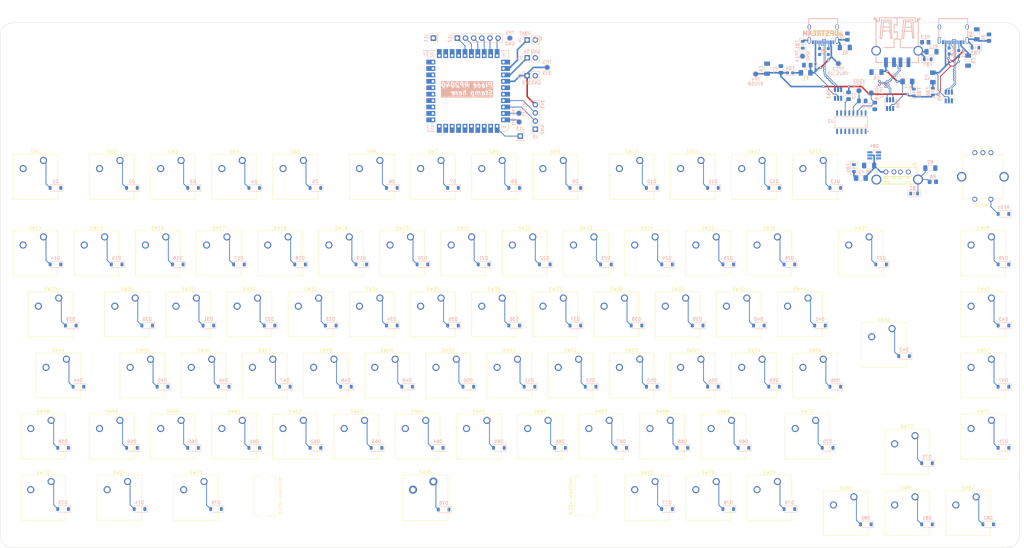
<source format=kicad_pcb>
(kicad_pcb (version 20221018) (generator pcbnew)
  (title_block (title "Quanta Keyboard PCB (RP2040 Stamp)") (date "2023-06-11") (rev "01") (company "0bsilab") (comment 1 "by Lucas Placentino") (comment 2 "Version with RP2040 Stamp microcontroller from Solder Party"))
  (layers (0 "F.Cu" signal) (31 "B.Cu" signal) (34 "B.Paste" user) (35 "F.Paste" user) (36 "B.SilkS" user "B.Silkscreen") (37 "F.SilkS" user "F.Silkscreen") (38 "B.Mask" user) (39 "F.Mask" user) (44 "Edge.Cuts" user))
  (net 0 "")
  (net 1 "Net-(U2-VDD33)")
  (net 2 "VBAT")
  (net 3 "Net-(U2-VDD18)")
  (net 4 "Net-(U2-VDD5)")
  (net 5 "Net-(D85-VP)")
  (net 6 "Net-(D86-VP)")
  (net 7 "Net-(D84-VP)")
  (net 8 "Column1")
  (net 9 "Column2")
  (net 10 "Column3")
  (net 11 "Column4")
  (net 12 "Column5")
  (net 13 "Column6")
  (net 14 "Column7")
  (net 15 "Column8")
  (net 16 "Column9")
  (net 17 "Column10")
  (net 18 "Column11")
  (net 19 "Column12")
  (net 20 "Column13")
  (net 21 "Column14")
  (net 22 "Column15")
  (net 23 "USB_UP_D-")
  (net 24 "USB_UP_D+")
  (net 25 "USB2_D-")
  (net 26 "USB2_D+")
  (net 27 "USB3_D+")
  (net 28 "USB3_D-")
  (net 29 "Net-(U2-DM)")
  (net 30 "Net-(U2-DP)")
  (net 31 "USB4_D-")
  (net 32 "USB4_D+")
  (net 33 "Net-(J6-D+)")
  (net 34 "Net-(F1-Pad1)")
  (net 35 "Net-(F2-Pad2)")
  (net 36 "Net-(F3-Pad2)")
  (net 37 "Net-(F4-Pad2)")
  (net 38 "Net-(J1-CC1)")
  (net 39 "Net-(J1-CC2)")
  (net 40 "+3.3V")
  (net 41 "Net-(J5-Pin_2)")
  (net 42 "Net-(J5-Pin_3)")
  (net 43 "Net-(J9-CC1)")
  (net 44 "Net-(J9-CC2)")
  (net 45 "Net-(J12-Pin_1)")
  (net 46 "Net-(J12-Pin_2)")
  (net 47 "Net-(J12-Pin_3)")
  (net 48 "Net-(J12-Pin_4)")
  (net 49 "Net-(J12-Pin_5)")
  (net 50 "Net-(J12-Pin_6)")
  (net 51 "Net-(J13-Pin_1)")
  (net 52 "Row1")
  (net 53 "Row2")
  (net 54 "Row3")
  (net 55 "Row4")
  (net 56 "Row5")
  (net 57 "Row6")
  (net 58 "REA")
  (net 59 "REB")
  (net 60 "Net-(U1-BOOTSEL)")
  (net 61 "Net-(U1-~{RESET})")
  (net 62 "USB1_D-")
  (net 63 "USB1_D+")
  (net 64 "Net-(J6-D-)")
  (net 65 "Net-(D1-A)")
  (net 66 "Net-(D2-A)")
  (net 67 "Net-(D3-A)")
  (net 68 "Net-(D4-A)")
  (net 69 "Net-(D5-A)")
  (net 70 "Net-(D6-A)")
  (net 71 "Net-(D7-A)")
  (net 72 "Net-(D8-A)")
  (net 73 "Net-(D9-A)")
  (net 74 "Net-(D10-A)")
  (net 75 "Net-(D11-A)")
  (net 76 "Net-(D12-A)")
  (net 77 "Net-(D13-A)")
  (net 78 "Net-(D14-A)")
  (net 79 "Net-(D15-A)")
  (net 80 "Net-(D16-A)")
  (net 81 "Net-(D17-A)")
  (net 82 "Net-(D18-A)")
  (net 83 "Net-(D19-A)")
  (net 84 "Net-(D20-A)")
  (net 85 "Net-(D21-A)")
  (net 86 "Net-(D22-A)")
  (net 87 "Net-(D23-A)")
  (net 88 "Net-(D24-A)")
  (net 89 "Net-(D25-A)")
  (net 90 "Net-(D26-A)")
  (net 91 "Net-(D27-A)")
  (net 92 "Net-(D28-A)")
  (net 93 "Net-(D29-A)")
  (net 94 "Net-(D30-A)")
  (net 95 "Net-(D31-A)")
  (net 96 "Net-(D32-A)")
  (net 97 "Net-(D33-A)")
  (net 98 "Net-(D34-A)")
  (net 99 "Net-(D35-A)")
  (net 100 "Net-(D36-A)")
  (net 101 "Net-(D37-A)")
  (net 102 "Net-(D38-A)")
  (net 103 "Net-(D39-A)")
  (net 104 "Net-(D40-A)")
  (net 105 "Net-(D41-A)")
  (net 106 "Net-(D42-A)")
  (net 107 "Net-(D43-A)")
  (net 108 "Net-(D44-A)")
  (net 109 "Net-(D45-A)")
  (net 110 "Net-(D46-A)")
  (net 111 "Net-(D47-A)")
  (net 112 "Net-(D48-A)")
  (net 113 "Net-(D49-A)")
  (net 114 "Net-(D50-A)")
  (net 115 "Net-(D51-A)")
  (net 116 "Net-(D52-A)")
  (net 117 "Net-(D53-A)")
  (net 118 "Net-(D54-A)")
  (net 119 "Net-(D55-A)")
  (net 120 "Net-(D56-A)")
  (net 121 "Net-(D57-A)")
  (net 122 "Net-(D58-A)")
  (net 123 "Net-(D59-A)")
  (net 124 "Net-(D60-A)")
  (net 125 "Net-(D61-A)")
  (net 126 "Net-(D62-A)")
  (net 127 "Net-(D63-A)")
  (net 128 "Net-(D64-A)")
  (net 129 "Net-(D65-A)")
  (net 130 "Net-(D66-A)")
  (net 131 "Net-(D67-A)")
  (net 132 "Net-(D68-A)")
  (net 133 "Net-(D69-A)")
  (net 134 "Net-(D70-A)")
  (net 135 "Net-(D71-A)")
  (net 136 "Net-(D72-A)")
  (net 137 "Net-(D73-A)")
  (net 138 "Net-(D74-A)")
  (net 139 "Net-(D75-A)")
  (net 140 "Net-(D76-A)")
  (net 141 "Net-(D77-A)")
  (net 142 "Net-(D78-A)")
  (net 143 "Net-(D79-A)")
  (net 144 "Net-(D80-A)")
  (net 145 "Net-(D81-A)")
  (net 146 "Net-(D82-A)")
  (net 147 "Net-(RED1-A)")
  (net 148 "VBUS_UP")
  (net 149 "Net-(D85-L2-Pad3)")
  (net 150 "GND")
  (net 151 "+5V")
  (net 152 "Net-(D85-L1-Pad1)")
  (net 153 "Net-(J10-D-)")
  (net 154 "Net-(J10-D+)")
  (net 156 "Net-(J1-SHIELD)")
  (net 161 "Net-(J6-Shield)")
  (net 162 "Net-(J9-SHIELD)")
  (net 163 "Net-(J10-Shield)")
  (footprint "Button_Switch_Keyboard:SW_Cherry_MX_1.00u_PCB" (layer "F.Cu") (at 165.1 150.8125)
    (fp_text reference "SW34")
    (fp_text value "SW_Push")
  )
  (footprint "Button_Switch_Keyboard:SW_Cherry_MX_1.00u_PCB" (layer "F.Cu") (at 255.5875 188.9125)
    (fp_text reference "SW68")
    (fp_text value "SW_Push")
  )
  (footprint "Button_Switch_Keyboard:SW_Cherry_MX_1.00u_PCB" (layer "F.Cu") (at 350.8375 212.725)
    (fp_text reference "SW82")
    (fp_text value "SW_Push")
  )
  (footprint "Button_Switch_Keyboard:SW_Cherry_MX_1.00u_PCB" (layer "F.Cu") (at 355.6 150.8125)
    (fp_text reference "SW43")
    (fp_text value "SW_Push")
  )
  (footprint "Button_Switch_Keyboard:SW_Cherry_MX_1.00u_PCB" (layer "F.Cu") (at 250.825 131.7625)
    (fp_text reference "SW24")
    (fp_text value "SW_Push")
  )
  (footprint "Button_Switch_Keyboard:SW_Cherry_MX_1.00u_PCB" (layer "F.Cu") (at 131.7625 169.8625)
    (fp_text reference "SW47")
    (fp_text value "SW_Push")
  )
  (footprint "Button_Switch_Keyboard:SW_Cherry_MX_1.00u_PCB" (layer "F.Cu") (at 150.8125 169.8625)
    (fp_text reference "SW48")
    (fp_text value "SW_Push")
  )
  (footprint "Button_Switch_Keyboard:SW_Cherry_MX_1.00u_PCB" (layer "F.Cu") (at 141.2875 107.95)
    (fp_text reference "SW5")
    (fp_text value "SW_Push")
  )
  (footprint "Button_Switch_Keyboard:SW_Cherry_MX_2.00u_PCB" (layer "F.Cu") (at 317.5 131.7625)
    (fp_text reference "SW27")
    (fp_text value "SW_Push")
  )
  (footprint "Button_Switch_Keyboard:SW_Cherry_MX_1.00u_PCB" (layer "F.Cu") (at 265.1125 107.95)
    (fp_text reference "SW11")
    (fp_text value "SW_Push")
  )
  (footprint "Button_Switch_Keyboard:SW_Cherry_MX_1.00u_PCB" (layer "F.Cu") (at 84.1375 188.9125)
    (fp_text reference "SW59")
    (fp_text value "SW_Push")
  )
  (footprint "Button_Switch_Keyboard:SW_Cherry_MX_1.00u_PCB" (layer "F.Cu") (at 288.925 131.7625)
    (fp_text reference "SW26")
    (fp_text value "SW_Push")
  )
  (footprint "Button_Switch_Keyboard:SW_Cherry_MX_1.00u_PCB" (layer "F.Cu") (at 250.825 207.9625)
    (fp_text reference "SW77")
    (fp_text value "SW_Push")
  )
  (footprint "Button_Switch_Keyboard:SW_Cherry_MX_1.00u_PCB" (layer "F.Cu") (at 269.875 207.9625)
    (fp_text reference "SW78")
    (fp_text value "SW_Push")
  )
  (footprint "Button_Switch_Keyboard:SW_Cherry_MX_1.00u_PCB" (layer "F.Cu") (at 222.25 150.8125)
    (fp_text reference "SW37")
    (fp_text value "SW_Push")
  )
  (footprint "Button_Switch_Keyboard:SW_Cherry_MX_1.00u_PCB" (layer "F.Cu") (at 174.625 131.7625)
    (fp_text reference "SW20")
    (fp_text value "SW_Push")
  )
  (footprint "Button_Switch_Keyboard:SW_Cherry_MX_1.00u_PCB" (layer "F.Cu") (at 165.1 107.95)
    (fp_text reference "SW6")
    (fp_text value "SW_Push")
  )
  (footprint "Button_Switch_Keyboard:SW_Cherry_MX_1.00u_PCB" (layer "F.Cu") (at 207.9625 169.8625)
    (fp_text reference "SW51")
    (fp_text value "SW_Push")
  )
  (footprint "Rotary_Encoder:RotaryEncoder_Bourns_Vertical_PEC12R-3xxxF-Sxxxx" (layer "F.Cu") (at 355.417809 105.533921 -90)
    (fp_text reference "RESW1")
    (fp_text value "RotaryEncoder_Switch")
  )
  (footprint "Button_Switch_Keyboard:SW_Cherry_MX_1.00u_PCB" (layer "F.Cu") (at 122.2375 107.95)
    (fp_text reference "SW4")
    (fp_text value "SW_Push")
  )
  (footprint "Button_Switch_Keyboard:SW_Cherry_MX_1.00u_PCB" (layer "F.Cu") (at 98.425 131.7625)
    (fp_text reference "SW16")
    (fp_text value "SW_Push")
  )
  (footprint "Button_Switch_Keyboard:SW_Cherry_MX_1.00u_PCB" (layer "F.Cu") (at 274.6375 188.9125)
    (fp_text reference "SW69")
    (fp_text value "SW_Push")
  )
  (footprint "Button_Switch_Keyboard:SW_Cherry_MX_1.00u_PCB" (layer "F.Cu") (at 203.2 150.8125)
    (fp_text reference "SW36")
    (fp_text value "SW_Push")
  )
  (footprint "Button_Switch_Keyboard:SW_Cherry_MX_1.00u_PCB" (layer "F.Cu") (at 231.775 131.7625)
    (fp_text reference "SW23")
    (fp_text value "SW_Push")
  )
  (footprint "PCM_Mounting_Keyboard_Stabilizer:Stabilizer_Cherry_MX_6.25u" (layer "F.Cu") (at 179.22875 213.0425 180)
    (fp_text reference "6.25u stabilizer")
    (fp_text value "Stabilizer_Cherry_MX_6.25u")
  )
  (footprint "Button_Switch_Keyboard:SW_Cherry_MX_1.00u_PCB" (layer "F.Cu") (at 184.15 150.8125)
    (fp_text reference "SW35")
    (fp_text value "SW_Push")
  )
  (footprint "Button_Switch_Keyboard:SW_Cherry_MX_1.00u_PCB" (layer "F.Cu") (at 222.25 107.95)
    (fp_text reference "SW9")
    (fp_text value "SW_Push")
  )
  (footprint "Button_Switch_Keyboard:SW_Cherry_MX_1.25u_PCB" (layer "F.Cu") (at 62.70625 207.9625)
    (fp_text reference "SW73")
    (fp_text value "SW_Push")
  )
  (footprint "Button_Switch_Keyboard:SW_Cherry_MX_1.75u_PCB" (layer "F.Cu") (at 67.46875 169.8625)
    (fp_text reference "SW44")
    (fp_text value "SW_Push")
  )
  (footprint "Button_Switch_Keyboard:SW_Cherry_MX_1.00u_PCB" (layer "F.Cu") (at 127 150.8125)
    (fp_text reference "SW32")
    (fp_text value "SW_Push")
  )
  (footprint "Button_Switch_Keyboard:SW_Cherry_MX_1.00u_PCB" (layer "F.Cu") (at 107.95 150.8125)
    (fp_text reference "SW31")
    (fp_text value "SW_Push")
  )
  (footprint "Button_Switch_Keyboard:SW_Cherry_MX_1.00u_PCB" (layer "F.Cu") (at 136.525 131.7625)
    (fp_text reference "SW18")
    (fp_text value "SW_Push")
  )
  (footprint "Button_Switch_Keyboard:SW_Cherry_MX_1.25u_PCB" (layer "F.Cu") (at 86.51875 207.9625)
    (fp_text reference "SW74")
    (fp_text value "SW_Push")
  )
  (footprint "Button_Switch_Keyboard:SW_Cherry_MX_1.00u_PCB" (layer "F.Cu") (at 355.6 169.8625)
    (fp_text reference "SW57")
    (fp_text value "SW_Push")
  )
  (footprint "Button_Switch_Keyboard:SW_Cherry_MX_1.00u_PCB" (layer "F.Cu") (at 103.1875 188.9125)
    (fp_text reference "SW60")
    (fp_text value "SW_Push")
  )
  (footprint "Button_Switch_Keyboard:SW_Cherry_MX_1.75u_PCB" (layer "F.Cu") (at 300.83125 188.9125)
    (fp_text reference "SW70")
    (fp_text value "SW_Push")
  )
  (footprint "Button_Switch_Keyboard:SW_Cherry_MX_1.00u_PCB" (layer "F.Cu") (at 269.875 131.7625)
    (fp_text reference "SW25")
    (fp_text value "SW_Push")
  )
  (footprint "Button_Switch_Keyboard:SW_Cherry_MX_1.00u_PCB" (layer "F.Cu") (at 155.575 131.7625)
    (fp_text reference "SW19")
    (fp_text value "SW_Push")
  )
  (footprint "Button_Switch_Keyboard:SW_Cherry_MX_1.00u_PCB" (layer "F.Cu") (at 355.6 188.9125)
    (fp_text reference "SW71")
    (fp_text value "SW_Push")
  )
  (footprint "Button_Switch_Keyboard:SW_Cherry_MX_1.00u_PCB" (layer "F.Cu") (at 288.925 207.9625)
    (fp_text reference "SW79")
    (fp_text value "SW_Push")
  )
  (footprint "Button_Switch_Keyboard:SW_Cherry_MX_1.00u_PCB" (layer "F.Cu") (at 355.6 131.7625)
    (fp_text reference "SW28")
    (fp_text value "SW_Push")
  )
  (footprint "Button_Switch_Keyboard:SW_Cherry_MX_1.00u_PCB" (layer "F.Cu") (at 60.325 131.7625)
    (fp_text reference "SW14")
    (fp_text value "SW_Push")
  )
  (footprint "Button_Switch_Keyboard:SW_Cherry_MX_1.00u_PCB" (layer "F.Cu") (at 331.7875 193.675)
    (fp_text reference "SW72")
    (fp_text value "SW_Push")
  )
  (footprint "Button_Switch_Keyboard:SW_Cherry_MX_1.00u_PCB" (layer "F.Cu") (at 241.3 150.8125)
    (fp_text reference "SW38")
    (fp_text value "SW_Push")
  )
  (footprint "Button_Switch_Keyboard:SW_Cherry_MX_ISOEnter_PCB" (layer "F.Cu") (at 324.64375 160.3375)
    (fp_text reference "SW42")
    (fp_text value "SW_Push")
  )
  (footprint "Button_Switch_Keyboard:SW_Cherry_MX_1.00u_PCB" (layer "F.Cu") (at 217.4875 188.9125)
    (fp_text reference "SW66")
    (fp_text value "SW_Push")
  )
  (footprint "Button_Switch_Keyboard:SW_Cherry_MX_1.00u_PCB" (layer "F.Cu") (at 260.35 150.8125)
    (fp_text reference "SW39")
    (fp_text value "SW_Push")
  )
  (footprint "Button_Switch_Keyboard:SW_Cherry_MX_1.00u_PCB" (layer "F.Cu") (at 84.1375 107.95)
    (fp_text reference "SW2")
    (fp_text value "SW_Push")
  )
  (footprint "Button_Switch_Keyboard:SW_Cherry_MX_1.00u_PCB" (layer "F.Cu") (at 193.675 131.7625)
    (fp_text reference "SW21")
    (fp_text value "SW_Push")
  )
  (footprint "Button_Switch_Keyboard:SW_Cherry_MX_1.00u_PCB" (layer "F.Cu") (at 236.5375 188.9125)
    (fp_text reference "SW67")
    (fp_text value "SW_Push")
  )
  (footprint "Button_Switch_Keyboard:SW_Cherry_MX_1.00u_PCB" (layer "F.Cu") (at 203.2 107.95)
    (fp_text reference "SW8")
    (fp_text value "SW_Push")
  )
  (footprint "Button_Switch_Keyboard:SW_Cherry_MX_1.00u_PCB" (layer "F.Cu") (at 141.2875 188.9125)
    (fp_text reference "SW62")
    (fp_text value "SW_Push")
  )
  (footprint "Button_Switch_Keyboard:SW_Cherry_MX_1.00u_PCB" (layer "F.Cu") (at 179.3875 188.9125)
    (fp_text reference "SW64")
    (fp_text value "SW_Push")
  )
  (footprint "Button_Switch_Keyboard:SW_Cherry_MX_1.00u_PCB" (layer "F.Cu") (at 246.0625 107.95)
    (fp_text reference "SW10")
    (fp_text value "SW_Push")
  )
  (footprint "Button_Switch_Keyboard:SW_Cherry_MX_1.00u_PCB" (layer "F.Cu") (at 265.1125 169.8625)
    (fp_text reference "SW54")
    (fp_text value "SW_Push")
  )
  (footprint "Button_Switch_Keyboard:SW_Cherry_MX_1.00u_PCB" (layer "F.Cu") (at 103.1875 107.95)
    (fp_text reference "SW3")
    (fp_text value "SW_Push")
  )
  (footprint "Button_Switch_Keyboard:SW_Cherry_MX_1.00u_PCB" (layer "F.Cu") (at 303.2125 107.95)
    (fp_text reference "SW13")
    (fp_text value "SW_Push")
  )
  (footprint "Button_Switch_Keyboard:SW_Cherry_MX_1.00u_PCB" (layer "F.Cu") (at 60.325 107.95)
    (fp_text reference "SW1")
    (fp_text value "SW_Push")
  )
  (footprint "Button_Switch_Keyboard:SW_Cherry_MX_1.00u_PCB" (layer "F.Cu") (at 303.2125 169.8625)
    (fp_text reference "SW56")
    (fp_text value "SW_Push")
  )
  (footprint "Button_Switch_Keyboard:SW_Cherry_MX_1.00u_PCB" (layer "F.Cu") (at 184.15 107.95)
    (fp_text reference "SW7")
    (fp_text value "SW_Push")
  )
  (footprint "Button_Switch_Keyboard:SW_Cherry_MX_1.00u_PCB" (layer "F.Cu") (at 246.0625 169.8625)
    (fp_text reference "SW53")
    (fp_text value "SW_Push")
  )
  (footprint "Button_Switch_Keyboard:SW_Cherry_MX_1.00u_PCB" (layer "F.Cu") (at 112.7125 169.8625)
    (fp_text reference "SW46")
    (fp_text value "SW_Push")
  )
  (footprint "Button_Switch_Keyboard:SW_Cherry_MX_1.00u_PCB" (layer "F.Cu") (at 146.05 150.8125)
    (fp_text reference "SW33")
    (fp_text value "SW_Push")
  )
  (footprint "Button_Switch_Keyboard:SW_Cherry_MX_1.00u_PCB" (layer "F.Cu") (at 284.1625 107.95)
    (fp_text reference "SW12")
    (fp_text value "SW_Push")
  )
  (footprint "Button_Switch_Keyboard:SW_Cherry_MX_1.00u_PCB" (layer "F.Cu") (at 160.3375 188.9125)
    (fp_text reference "SW63")
    (fp_text value "SW_Push")
  )
  (footprint "Button_Switch_Keyboard:SW_Cherry_MX_1.00u_PCB" (layer "F.Cu") (at 284.1625 169.8625)
    (fp_text reference "SW55")
    (fp_text value "SW_Push")
  )
  (footprint "Button_Switch_Keyboard:SW_Cherry_MX_1.00u_PCB" (layer "F.Cu") (at 169.8625 169.8625)
    (fp_text reference "SW49")
    (fp_text value "SW_Push")
  )
  (footprint "Button_Switch_Keyboard:SW_Cherry_MX_1.00u_PCB" (layer "F.Cu") (at 198.4375 188.9125)
    (fp_text reference "SW65")
    (fp_text value "SW_Push")
  )
  (footprint "Button_Switch_Keyboard:SW_Cherry_MX_1.00u_PCB" (layer "F.Cu") (at 79.375 131.7625)
    (fp_text reference "SW15")
    (fp_text value "SW_Push")
  )
  (footprint "Button_Switch_Keyboard:SW_Cherry_MX_1.00u_PCB" (layer "F.Cu") (at 93.6625 169.8625)
    (fp_text reference "SW45")
    (fp_text value "SW_Push")
  )
  (footprint "Button_Switch_Keyboard:SW_Cherry_MX_1.00u_PCB" (layer "F.Cu") (at 312.7375 212.725)
    (fp_text reference "SW80")
    (fp_text value "SW_Push")
  )
  (footprint "Button_Switch_Keyboard:SW_Cherry_MX_1.25u_PCB" (layer "F.Cu") (at 110.33125 207.9625)
    (fp_text reference "SW75")
    (fp_text value "SW_Push")
  )
  (footprint "Button_Switch_Keyboard:SW_Cherry_MX_1.25u_PCB" (layer "F.Cu") (at 62.70625 188.9125)
    (fp_text reference "SW58")
    (fp_text value "SW_Push")
  )
  (footprint "Button_Switch_Keyboard:SW_Cherry_MX_1.00u_PCB" (layer "F.Cu") (at 212.725 131.7625)
    (fp_text reference "SW22")
    (fp_text value "SW_Push")
  )
  (footprint "Button_Switch_Keyboard:SW_Cherry_MX_1.00u_PCB" (layer "F.Cu") (at 88.9 150.8125)
    (fp_text reference "SW30")
    (fp_text value "SW_Push")
  )
  (footprint "USB_A_vertical_KH-AF180ZJ-13.7:USB-A-TH_KH-AF180ZJ-13.7" (layer "F.Cu") (at 326.23125 112.7125)
    (fp_text reference "J6")
    (fp_text value "USB_A_Receptacle_UBS2.0")
  )
  (footprint "Button_Switch_Keyboard:SW_Cherry_MX_1.00u_PCB" (layer "F.Cu") (at 331.7875 212.725)
    (fp_text reference "SW81")
    (fp_text value "SW_Push")
  )
  (footprint "PCM_Switch_Keyboard_Cherry_MX:SW_Cherry_MX_PCB_6.25u" (layer "F.Cu") (at 179.22875 213.0425)
    (fp_text reference "SW76")
    (fp_text value "SW_Push")
  )
  (footprint "Button_Switch_Keyboard:SW_Cherry_MX_1.00u_PCB" (layer "F.Cu") (at 188.9125 169.8625)
    (fp_text reference "SW50")
    (fp_text value "SW_Push")
  )
  (footprint "Button_Switch_Keyboard:SW_Cherry_MX_1.00u_PCB" (layer "F.Cu") (at 117.475 131.7625)
    (fp_text reference "SW17")
    (fp_text value "SW_Push")
  )
  (footprint "Button_Switch_Keyboard:SW_Cherry_MX_1.50u_PCB" (layer "F.Cu") (at 65.0875 150.8125)
    (fp_text reference "SW29")
    (fp_text value "SW_Push")
  )
  (footprint "Button_Switch_Keyboard:SW_Cherry_MX_1.00u_PCB" (layer "F.Cu") (at 298.45 150.8125)
    (fp_text reference "SW41")
    (fp_text value "SW_Push")
  )
  (footprint "Button_Switch_Keyboard:SW_Cherry_MX_1.00u_PCB" (layer "F.Cu") (at 279.4 150.8125)
    (fp_text reference "SW40")
    (fp_text value "SW_Push")
  )
  (footprint "Button_Switch_Keyboard:SW_Cherry_MX_1.00u_PCB" (layer "F.Cu") (at 227.0125 169.8625)
    (fp_text reference "SW52")
    (fp_text value "SW_Push")
  )
  (footprint "Button_Switch_Keyboard:SW_Cherry_MX_1.00u_PCB" (layer "F.Cu") (at 122.2375 188.9125)
    (fp_text reference "SW61")
    (fp_text value "SW_Push")
  )
  (footprint "Resistor_SMD:R_0805_2012Metric_Pad1.20x1.40mm_HandSolder" (layer "B.Cu") (at 337.34375 114.59151 180)
    (fp_text reference "R6")
    (fp_text value "1M")
  )
  (footprint "Diode_SMD:D_SOD-123" (layer "B.Cu") (at 187.875 116.51875 180)
    (fp_text reference "D7")
    (fp_text value "DIODE")
  )
  (footprint "Diode_SMD:D_SOD-123" (layer "B.Cu") (at 283.125 159.38125 180)
    (fp_text reference "D40")
    (fp_text value "DIODE")
  )
  (footprint "Diode_SMD:D_SOD-123" (layer "B.Cu") (at 183.1125 197.48125 180)
    (fp_text reference "D64")
    (fp_text value "DIODE")
  )
  (footprint "PCM_Ferrite_SMD_Handsoldering_AKL:Ferrite_0805_2012Metric" (layer "B.Cu") (at 337.34375 86.51875 90)
    (fp_text reference "FB6")
    (fp_text value "600R 500mA" hide)
  )
  (footprint "Diode_SMD:D_SOD-123" (layer "B.Cu") (at 287.8875 178.43125 180)
    (fp_text reference "D55")
    (fp_text value "DIODE")
  )
  (footprint "Diode_SMD:D_SOD-123" (layer "B.Cu") (at 64.05 116.51875 180)
    (fp_text reference "D1")
    (fp_text value "DIODE")
  )
  (footprint "Diode_SMD:D_SOD-123" (layer "B.Cu") (at 197.4 140.33125 180)
    (fp_text reference "D21")
    (fp_text value "DIODE")
  )
  (footprint "USB_C_socket_GT-USB-7010H:USB-C-SMD_G-SWITCH_GT-USB-7010EN" (layer "B.Cu") (at 303.17721 68.75125)
    (fp_text reference "J1")
    (fp_text value "USB_C_Receptacle_USB2.0")
  )
  (footprint "Diode_SMD:D_SOD-123" (layer "B.Cu") (at 184.94375 216.69375 180)
    (fp_text reference "D76")
    (fp_text value "DIODE")
  )
  (footprint "Capacitor_SMD:C_1206_3216Metric_Pad1.33x1.80mm_HandSolder" (layer "B.Cu") (at 317.5 109.5375)
    (fp_text reference "C8")
    (fp_text value "100uF")
  )
  (footprint "Resistor_SMD:R_0603_1608Metric_Pad0.98x0.95mm_HandSolder" (layer "B.Cu") (at 342.401665 73.858594 90)
    (fp_text reference "R10")
    (fp_text value "56K 20%")
  )
  (footprint "Diode_SMD:D_SOD-123" (layer "B.Cu") (at 106.9125 197.48125 180)
    (fp_text reference "D60")
    (fp_text value "DIODE")
  )
  (footprint "USB_C_socket_GT-USB-7010H:USB-C-SMD_G-SWITCH_GT-USB-7010EN" (layer "B.Cu") (at 343.69875 68.75)
    (fp_text reference "J9")
    (fp_text value "USB_C_Receptacle_USB2.0")
  )
  (footprint "Diode_SMD:D_SOD-123" (layer "B.Cu") (at 359.325 140.33125 180)
    (fp_text reference "D28")
    (fp_text value "DIODE")
  )
  (footprint "Diode_SMD:D_SOD-123" (layer "B.Cu") (at 335.5125 202.24375 180)
    (fp_text reference "D72")
    (fp_text value "DIODE")
  )
  (footprint "Diode_SMD:D_SOD-123" (layer "B.Cu") (at 71.19375 178.43125 180)
    (fp_text reference "D44")
    (fp_text value "DIODE")
  )
  (footprint "Diode_SMD:D_SOD-123" (layer "B.Cu") (at 328.36875 168.90625 180)
    (fp_text reference "D42")
    (fp_text value "DIODE")
  )
  (footprint "Diode_SMD:D_SOD-123" (layer "B.Cu") (at 140.25 140.33125 180)
    (fp_text reference "D18")
    (fp_text value "DIODE")
  )
  (footprint "PCM_Ferrite_SMD_Handsoldering_AKL:Ferrite_0805_2012Metric" (layer "B.Cu") (at 350.616152 72.855919)
    (fp_text reference "FB3")
    (fp_text value "600R" hide)
  )
  (footprint "Capacitor_SMD:C_1206_3216Metric_Pad1.33x1.80mm_HandSolder" (layer "B.Cu") (at 319.775013 80.429407)
    (fp_text reference "C6")
    (fp_text value "100uF")
  )
  (footprint "Diode_SMD:D_SOD-123" (layer "B.Cu") (at 225.975 116.51875 180)
    (fp_text reference "D9")
    (fp_text value "DIODE")
  )
  (footprint "Diode_SMD:D_SOD-123" (layer "B.Cu") (at 206.925 159.38125 180)
    (fp_text reference "D36")
    (fp_text value "DIODE")
  )
  (footprint "Fuse:Fuse_1206_3216Metric_Pad1.42x1.75mm_HandSolder" (layer "B.Cu") (at 314.919775 113.437479 180)
    (fp_text reference "F2")
    (fp_text value "500mA")
  )
  (footprint "TestPoint:TestPoint_Pad_D1.5mm" (layer "B.Cu") (at 318.151224 86.960107 180)
    (fp_text reference "TP12")
    (fp_text value "VDD18")
  )
  (footprint "SL2.1a:SOP-16_L10.0-W3.9-P1.27-LS6.0-BL" (layer "B.Cu") (at 311.94375 96.04375 180)
    (fp_text reference "U2")
    (fp_text value "SL2.1A")
  )
  (footprint "Diode_SMD:D_SOD-123" (layer "B.Cu") (at 90.24375 216.53125 180)
    (fp_text reference "D74")
    (fp_text value "DIODE")
  )
  (footprint "Diode_SMD:D_SOD-123" (layer "B.Cu") (at 83.1 140.33125 180)
    (fp_text reference "D15")
    (fp_text value "DIODE")
  )
  (footprint "Capacitor_SMD:C_1206_3216Metric_Pad1.33x1.80mm_HandSolder" (layer "B.Cu") (at 285.70971 79.375 -90)
    (fp_text reference "C9")
    (fp_text value "100uF")
  )
  (footprint "Diode_SMD:D_SOD-123" (layer "B.Cu") (at 240.2625 197.48125 180)
    (fp_text reference "D67")
    (fp_text value "DIODE")
  )
  (footprint "Diode_SMD:D_SOD-123" (layer "B.Cu") (at 254.55 216.53125 180)
    (fp_text reference "D77")
    (fp_text value "DIODE")
  )
  (footprint "Diode_SMD:D_SOD-123" (layer "B.Cu") (at 66.43125 216.53125 180)
    (fp_text reference "D73")
    (fp_text value "DIODE")
  )
  (footprint "Capacitor_SMD:C_0805_2012Metric_Pad1.18x1.45mm_HandSolder" (layer "B.Cu") (at 315.371621 89.415785)
    (fp_text reference "C1")
    (fp_text value "10uF")
  )
  (footprint "Diode_SMD:D_SOD-123" (layer "B.Cu") (at 121.2 140.33125 180)
    (fp_text reference "D17")
    (fp_text value "DIODE")
  )
  (footprint "Resistor_SMD:R_0805_2012Metric_Pad1.20x1.40mm_HandSolder" (layer "B.Cu") (at 310.723423 69.387571 -90)
    (fp_text reference "R5")
    (fp_text value "1M")
  )
  (footprint "Diode_SMD:D_SOD-123" (layer "B.Cu") (at 254.55 140.33125 180)
    (fp_text reference "D24")
    (fp_text value "DIODE")
  )
  (footprint "PCM_Ferrite_SMD_Handsoldering_AKL:Ferrite_0805_2012Metric" (layer "B.Cu") (at 331.384871 86.769741 90)
    (fp_text reference "FB8")
    (fp_text value "600R 500mA" hide)
  )
  (footprint "Diode_SMD:D_SOD-123" (layer "B.Cu") (at 273.6 216.53125 180)
    (fp_text reference "D78")
    (fp_text value "DIODE")
  )
  (footprint "Diode_SMD:D_SOD-123" (layer "B.Cu") (at 230.7375 178.43125 180)
    (fp_text reference "D52")
    (fp_text value "DIODE")
  )
  (footprint "Diode_SMD:D_SOD-123" (layer "B.Cu") (at 102.15 140.33125 180)
    (fp_text reference "D16")
    (fp_text value "DIODE")
  )
  (footprint "Diode_SMD:D_SOD-123" (layer "B.Cu") (at 154.5375 178.43125 180)
    (fp_text reference "D48")
    (fp_text value "DIODE")
  )
  (footprint "TestPoint:TestPoint_Pad_D1.5mm" (layer "B.Cu") (at 217.211384 78.970794 180)
    (fp_text reference "TP3")
    (fp_text value "3V3")
  )
  (footprint "Diode_SMD:D_SOD-123" (layer "B.Cu") (at 259.3125 197.48125 180)
    (fp_text reference "D68")
    (fp_text value "DIODE")
  )
  (footprint "Connector_PinHeader_2.54mm:PinHeader_1x06_P2.54mm_Vertical" (layer "B.Cu") (at 189.23 69.85 -90)
    (fp_text reference "J12")
    (fp_text value "Conn_01x06_Socket GPIOs")
  )
  (footprint "Diode_SMD:D_SOD-123" (layer "B.Cu") (at 359.325998 124.618749 180)
    (fp_text reference "RED1")
    (fp_text value "DIODE")
  )
  (footprint "Resistor_SMD:R_0805_2012Metric_Pad1.20x1.40mm_HandSolder" (layer "B.Cu") (at 334.981568 71.122045 180)
    (fp_text reference "R13")
    (fp_text value "1M")
  )
  (footprint "Connector_PinHeader_2.54mm:PinHeader_1x04_P2.54mm_Vertical" (layer "B.Cu") (at 213.51875 98.21875)
    (fp_text reference "J5")
    (fp_text value "Conn_01x04_Socket SWL")
  )
  (footprint "Diode_SMD:D_SOD-123" (layer "B.Cu") (at 304.55625 197.48125 180)
    (fp_text reference "D70")
    (fp_text value "DIODE")
  )
  (footprint "Diode_SMD:D_SOD-123" (layer "B.Cu") (at 135.4875 178.43125 180)
    (fp_text reference "D47")
    (fp_text value "DIODE")
  )
  (footprint "Diode_SMD:D_SOD-123" (layer "B.Cu") (at 130.725 159.38125 180)
    (fp_text reference "D32")
    (fp_text value "DIODE")
  )
  (footprint "TestPoint:TestPoint_Pad_D1.5mm" (layer "B.Cu") (at 296.730012 75.471361 -90)
    (fp_text reference "TP14")
    (fp_text value "GND")
  )
  (footprint "PCM_Ferrite_SMD_Handsoldering_AKL:Ferrite_0805_2012Metric" (layer "B.Cu") (at 312.7375 110.33125 -90)
    (fp_text reference "FB5")
    (fp_text value "600R 500mA" hide)
  )
  (footprint "Diode_SMD:D_SOD-123" (layer "B.Cu") (at 164.0625 197.48125 180)
    (fp_text reference "D63")
    (fp_text value "DIODE")
  )
  (footprint "Diode_SMD:D_SOD-123" (layer "B.Cu") (at 66.43125 197.48125 180)
    (fp_text reference "D58")
    (fp_text value "DIODE")
  )
  (footprint "Diode_SMD:D_SOD-123" (layer "B.Cu") (at 178.35 140.33125 180)
    (fp_text reference "D20")
    (fp_text value "DIODE")
  )
  (footprint "Diode_SMD:D_SOD-123" (layer "B.Cu") (at 306.9375 178.43125 180)
    (fp_text reference "D56")
    (fp_text value "DIODE")
  )
  (footprint "Resistor_SMD:R_0805_2012Metric_Pad1.20x1.40mm_HandSolder" (layer "B.Cu") (at 354.81125 69.704638 -90)
    (fp_text reference "R9")
    (fp_text value "1M")
  )
  (footprint "Diode_SMD:D_SOD-123" (layer "B.Cu") (at 278.3625 197.48125 180)
    (fp_text reference "D69")
    (fp_text value "DIODE")
  )
  (footprint "Diode_SMD:D_SOD-123" (layer "B.Cu") (at 235.5 140.33125 180)
    (fp_text reference "D23")
    (fp_text value "DIODE")
  )
  (footprint "Resistor_SMD:R_1206_3216Metric_Pad1.30x1.75mm_HandSolder" (layer "B.Cu") (at 336.55 110.33125 180)
    (fp_text reference "R2")
    (fp_text value "0R")
  )
  (footprint "Diode_SMD:D_SOD-123" (layer "B.Cu") (at 106.9125 116.51875 180)
    (fp_text reference "D3")
    (fp_text value "DIODE")
  )
  (footprint "PCM_Ferrite_SMD_Handsoldering_AKL:Ferrite_0603_1608Metric" (layer "B.Cu") (at 292.86471 80.6575 180)
    (fp_text reference "FB4")
    (fp_text value "100R 2A5" hide)
  )
  (footprint "Diode_SMD:D_SOD-123" (layer "B.Cu") (at 111.675 159.38125 180)
    (fp_text reference "D31")
    (fp_text value "DIODE")
  )
  (footprint "Resistor_SMD:R_0603_1608Metric_Pad0.98x0.95mm_HandSolder" (layer "B.Cu") (at 345.366138 74.627248 90)
    (fp_text reference "R11")
    (fp_text value "56K 20%")
  )
  (footprint "PCM_Ferrite_SMD_Handsoldering_AKL:Ferrite_0805_2012Metric" (layer "B.Cu") (at 296.82721 71.92625 -90)
    (fp_text reference "FB1")
    (fp_text value "600R" hide)
  )
  (footprint "Connector_PinHeader_2.54mm:PinHeader_1x01_P2.54mm_Vertical" (layer "B.Cu") (at 181.76875 69.85 -90)
    (fp_text reference "J11")
    (fp_text value "Conn_01x01_Socket GND")
  )
  (footprint "Diode_SMD:D_SOD-123" (layer "B.Cu") (at 359.325 178.43125 180)
    (fp_text reference "D57")
    (fp_text value "DIODE")
  )
  (footprint "Diode_SMD:D_SOD-123" (layer "B.Cu") (at 206.925 116.51875 180)
    (fp_text reference "D8")
    (fp_text value "DIODE")
  )
  (footprint "Connector_PinHeader_2.54mm:PinHeader_1x02_P2.54mm_Vertical" (layer "B.Cu") (at 210.97875 81.55 -90)
    (fp_text reference "J3")
    (fp_text value "Conn_01x02_Socket 3V3")
  )
  (footprint "Diode_SMD:D_SOD-123" (layer "B.Cu") (at 359.325 159.38125 180)
    (fp_text reference "D43")
    (fp_text value "DIODE")
  )
  (footprint "Package_TO_SOT_SMD:SOT-23-6_Handsoldering" (layer "B.Cu") (at 324.01125 90.42 -90)
    (fp_text reference "D86")
    (fp_text value "USBLC6-2SC6")
  )
  (footprint "Diode_SMD:D_SOD-123" (layer "B.Cu") (at 145.0125 116.51875 180)
    (fp_text reference "D5")
    (fp_text value "DIODE")
  )
  (footprint "Fuse:Fuse_1206_3216Metric_Pad1.42x1.75mm_HandSolder" (layer "B.Cu") (at 329.40625 83.34375)
    (fp_text reference "F4")
    (fp_text value "500mA")
  )
  (footprint "Diode_SMD:D_SOD-123" (layer "B.Cu") (at 249.7875 178.43125 180)
    (fp_text reference "D53")
    (fp_text value "DIODE")
  )
  (footprint "Diode_SMD:D_SOD-123" (layer "B.Cu") (at 268.8375 116.51875 180)
    (fp_text reference "D11")
    (fp_text value "DIODE")
  )
  (footprint "Connector_PinHeader_2.54mm:PinHeader_1x01_P2.54mm_Vertical" (layer "B.Cu") (at 208.841851 100.383418 180)
    (fp_text reference "J13")
    (fp_text value "Conn_01x01_Socket GPIO0")
  )
  (footprint "TestPoint:TestPoint_Pad_D1.5mm" (layer "B.Cu") (at 307.908634 77.798094)
    (fp_text reference "TP13")
    (fp_text value "VBUS_UP")
  )
  (footprint "Diode_SMD:D_SOD-123" (layer "B.Cu") (at 321.225 140.33125 180)
    (fp_text reference "D27")
    (fp_text value "DIODE")
  )
  (footprint "Capacitor_SMD:C_0805_2012Metric_Pad1.18x1.45mm_HandSolder" (layer "B.Cu") (at 298.226583 78.263031)
    (fp_text reference "C4")
    (fp_text value "10uF")
  )
  (footprint "Diode_SMD:D_SOD-123" (layer "B.Cu") (at 211.6875 178.43125 180)
    (fp_text reference "D51")
    (fp_text value "DIODE")
  )
  (footprint "Diode_SMD:D_SOD-123" (layer "B.Cu") (at 359.325 197.48125 180)
    (fp_text reference "D71")
    (fp_text value "DIODE")
  )
  (footprint "Diode_SMD:D_SOD-123" (layer "B.Cu") (at 245.025 159.38125 180)
    (fp_text reference "D38")
    (fp_text value "DIODE")
  )
  (footprint "TestPoint:TestPoint_Pad_D1.5mm" (layer "B.Cu") (at 282.166522 81.048788)
    (fp_text reference "TP4")
    (fp_text value "5VUSB")
  )
  (footprint "PCM_Ferrite_SMD_Handsoldering_AKL:Ferrite_0805_2012Metric" (layer "B.Cu") (at 335.746078 76.436566)
    (fp_text reference "FB7")
    (fp_text value "600R" hide)
  )
  (footprint "Resistor_SMD:R_1206_3216Metric_Pad1.30x1.75mm_HandSolder" (layer "B.Cu") (at 351.034652 68.650081 -90)
    (fp_text reference "R8")
    (fp_text value "0R")
  )
  (footprint "Diode_SMD:D_SOD-123" (layer "B.Cu") (at 114.05625 216.53125 180)
    (fp_text reference "D75")
    (fp_text value "DIODE")
  )
  (footprint "USB_A_horizontal_SMD_903-231A2031S10100:USB-A-SMD_903-231A2031S10100" (layer "B.Cu") (at 326.23625 75.575)
    (fp_text reference "J10")
    (fp_text value "USB_A_Receptacle_UBS2.0")
  )
  (footprint "Fuse:Fuse_1206_3216Metric_Pad1.42x1.75mm_HandSolder" (layer "B.Cu") (at 337.34375 82.090924 -90)
    (fp_text reference "F3")
    (fp_text value "500mA")
  )
  (footprint "Package_TO_SOT_SMD:SOT-23-6_Handsoldering" (layer "B.Cu") (at 319.0875 106.3625 180)
    (fp_text reference "D84")
    (fp_text value "USBLC6-2SC6")
  )
  (footprint "Diode_SMD:D_SOD-123" (layer "B.Cu") (at 168.825 116.51875 180)
    (fp_text reference "D6")
    (fp_text value "DIODE")
  )
  (footprint "Diode_SMD:D_SOD-123" (layer "B.Cu") (at 159.3 140.33125 180)
    (fp_text reference "D19")
    (fp_text value "DIODE")
  )
  (footprint "Diode_SMD:D_SOD-123" (layer "B.Cu") (at 168.825 159.38125 180)
    (fp_text reference "D34")
    (fp_text value "DIODE")
  )
  (footprint "Diode_SMD:D_SOD-123" (layer "B.Cu") (at 87.8625 116.51875 180)
    (fp_text reference "D2")
    (fp_text value "DIODE")
  )
  (footprint "TestPoint:TestPoint_Pad_D1.5mm" (layer "B.Cu") (at 314.33 86.21375 180)
    (fp_text reference "TP11")
    (fp_text value "VDD3")
  )
  (footprint "Diode_SMD:D_SOD-123" (layer "B.Cu") (at 187.875 159.38125 180)
    (fp_text reference "D35")
    (fp_text value "DIODE")
  )
  (footprint "Diode_SMD:D_SOD-123" (layer "B.Cu") (at 97.3875 178.43125 180)
    (fp_text reference "D45")
    (fp_text value "DIODE")
  )
  (footprint "Diode_SMD:D_SOD-123" (layer "B.Cu") (at 225.975 159.38125 180)
    (fp_text reference "D37")
    (fp_text value "DIODE")
  )
  (footprint "Diode_SMD:D_SOD-123" (layer "B.Cu") (at 221.2125 197.48125 180)
    (fp_text reference "D66")
    (fp_text value "DIODE")
  )
  (footprint "Diode_SMD:D_SOD-123" (layer "B.Cu") (at 92.625 159.38125 180)
    (fp_text reference "D30")
    (fp_text value "DIODE")
  )
  (footprint "Diode_SMD:D_SOD-123" (layer "B.Cu") (at 216.45 140.33125 180)
    (fp_text reference "D22")
    (fp_text value "DIODE")
  )
  (footprint "Capacitor_SMD:C_1206_3216Metric_Pad1.33x1.80mm_HandSolder" (layer "B.Cu") (at 348.317298 76.868968 -90)
    (fp_text reference "C5")
    (fp_text value "100uF")
  )
  (footprint "Diode_SMD:D_SOD-123" (layer "B.Cu") (at 249.7875 116.51875 180)
    (fp_text reference "D10")
    (fp_text value "DIODE")
  )
  (footprint "Resistor_SMD:R_0603_1608Metric_Pad0.98x0.95mm_HandSolder" (layer "B.Cu") (at 304.8 74.030163 -90)
    (fp_text reference "R3")
    (fp_text value "5K11")
  )
  (footprint "PCM_Ferrite_SMD_Handsoldering_AKL:Ferrite_0805_2012Metric" (layer "B.Cu") (at 331.501404 118.26875 180)
    (fp_text reference "FB2")
    (fp_text value "600R" hide)
  )
  (footprint "TestPoint:TestPoint_Pad_D1.5mm" (layer "B.Cu") (at 205.58125 69.85 180)
    (fp_text reference "TP5")
    (fp_text value "GND")
  )
  (footprint "Diode_SMD:D_SOD-123" (layer "B.Cu") (at 306.9375 116.51875 180)
    (fp_text reference "D13")
    (fp_text value "DIODE")
  )
  (footprint "Diode_SMD:D_SOD-123" (layer "B.Cu") (at 173.5875 178.43125 180)
    (fp_text reference "D49")
    (fp_text value "DIODE")
  )
  (footprint "Diode_SMD:D_SOD-123" (layer "B.Cu") (at 192.6375 178.43125 180)
    (fp_text reference "D50")
    (fp_text value "DIODE")
  )
  (footprint "Connector_PinHeader_2.54mm:PinHeader_1x02_P2.54mm_Vertical" (layer "B.Cu") (at 210.97875 75.99375 -90)
    (fp_text reference "J2")
    (fp_text value "Conn_01x02_Socket VBUS 5V")
  )
  (footprint "Diode_SMD:D_SOD-123" (layer "B.Cu") (at 292.65 216.53125 180)
    (fp_text reference "D79")
    (fp_text value "DIODE")
  )
  (footprint "Package_TO_SOT_SMD:SOT-23-6_Handsoldering" (layer "B.Cu") (at 342.30625 88.03875 -90)
    (fp_text reference "D85")
    (fp_text value "USBLC6-2SC6")
  )
  (footprint "Diode_SMD:D_SOD-123" (layer "B.Cu") (at 116.4375 178.43125 180)
    (fp_text reference "D46")
    (fp_text value "DIODE")
  )
  (footprint "Diode_SMD:D_SOD-123" (layer "B.Cu") (at 125.9625 197.48125 180)
    (fp_text reference "D61")
    (fp_text value "DIODE")
  )
  (footprint "Diode_SMD:D_SOD-123" (layer "B.Cu") (at 64.05 140.33125 180)
    (fp_text reference "D14")
    (fp_text value "DIODE")
  )
  (footprint "TestPoint:TestPoint_Pad_D1.5mm" (layer "B.Cu") (at 208.457869 95.954673 -90)
    (fp_text reference "TP1")
    (fp_text value "BOOTSEL")
  )
  (footprint "Capacitor_SMD:C_0805_2012Metric_Pad1.18x1.45mm_HandSolder" (layer "B.Cu") (at 319.248171 90.97625 -90)
    (fp_text reference "C2")
    (fp_text value "10uF")
  )
  (footprint "Diode_SMD:D_SOD-123" (layer "B.Cu") (at 354.5625 221.29375 180)
    (fp_text reference "D82")
    (fp_text value "DIODE")
  )
  (footprint "Diode_SMD:D_SOD-123" (layer "B.Cu") (at 287.8875 116.51875 180)
    (fp_text reference "D12")
    (fp_text value "DIODE")
  )
  (footprint "Diode_SMD:D_SOD-123" (layer "B.Cu") (at 68.8125 159.38125 180)
    (fp_text reference "D29")
    (fp_text value "DIODE")
  )
  (footprint "Package_TO_SOT_SMD:SOT-23-6_Handsoldering" (layer "B.Cu") (at 307.82375 87.245 -90)
    (fp_text reference "D83")
    (fp_text value "USBLC6-2SC6")
  )
  (footprint "Capacitor_SMD:C_0805_2012Metric_Pad1.18x1.45mm_HandSolder" (layer "B.Cu") (at 289.999736 79.606937 -90)
    (fp_text reference "C7")
    (fp_text value "100nF")
  )
  (footprint "Diode_SMD:D_SOD-123" (layer "B.Cu") (at 316.4625 221.29375 180)
    (fp_text reference "D80")
    (fp_text value "DIODE")
  )
  (footprint "RP2040 Stamp:RP2040_Stamp_THT" (layer "B.Cu") (at 192.6125 86.3125 90)
    (fp_text reference "U1")
    (fp_text value "RP2040_Stamp")
  )
  (footprint "Connector_PinHeader_2.54mm:PinHeader_1x02_P2.54mm_Vertical" (layer "B.Cu") (at 210.97875 70.4375 -90)
    (fp_text reference "J4")
    (fp_text value "Conn_01x02_Socket VBAT")
  )
  (footprint "Resistor_SMD:R_0603_1608Metric_Pad0.98x0.95mm_HandSolder" (layer "B.Cu") (at 302.061306 74.03883 -90)
    (fp_text reference "R4")
    (fp_text value "5K11")
  )
  (footprint "Resistor_SMD:R_1206_3216Metric_Pad1.30x1.75mm_HandSolder" (layer "B.Cu") (at 309.908748 72.767605 180)
    (fp_text reference "R1")
    (fp_text value "0R")
  )
  (footprint "Resistor_SMD:R_1206_3216Metric_Pad1.30x1.75mm_HandSolder" (layer "B.Cu") (at 336.918588 74.086075 180)
    (fp_text reference "R12")
    (fp_text value "0R")
  )
  (footprint "Diode_SMD:D_SOD-123" (layer "B.Cu") (at 87.8625 197.48125 180)
    (fp_text reference "D59")
    (fp_text value "DIODE")
  )
  (footprint "Fuse:Fuse_1206_3216Metric_Pad1.42x1.75mm_HandSolder" (layer "B.Cu") (at 297.72096 80.6575)
    (fp_text reference "F1")
    (fp_text value "2A")
  )
  (footprint "Diode_SMD:D_SOD-123" (layer "B.Cu") (at 335.5125 221.29375 180)
    (fp_text reference "D81")
    (fp_text value "DIODE")
  )
  (footprint "Diode_SMD:D_SOD-123" (layer "B.Cu") (at 125.9625 116.51875 180)
    (fp_text reference "D4")
    (fp_text value "DIODE")
  )
  (footprint "Diode_SMD:D_SOD-123" (layer "B.Cu") (at 264.075 159.38125 180)
    (fp_text reference "D39")
    (fp_text value "DIODE")
  )
  (footprint "Diode_SMD:D_SOD-123" (layer "B.Cu") (at 273.6 140.33125 180)
    (fp_text reference "D25")
    (fp_text value "DIODE")
  )
  (footprint "Diode_SMD:D_SOD-123" (layer "B.Cu") (at 292.65 140.33125 180)
    (fp_text reference "D26")
    (fp_text value "DIODE")
  )
  (footprint "Diode_SMD:D_SOD-123" (layer "B.Cu") (at 145.0125 197.48125 180)
    (fp_text reference "D62")
    (fp_text value "DIODE")
  )
  (footprint "Diode_SMD:D_SOD-123" (layer "B.Cu") (at 268.8375 178.43125 180)
    (fp_text reference "D54")
    (fp_text value "DIODE")
  )
  (footprint "Capacitor_SMD:C_0805_2012Metric_Pad1.18x1.45mm_HandSolder" (layer "B.Cu") (at 311.070685 87.80125 90)
    (fp_text reference "C3")
    (fp_text value "100nF")
  )
  (footprint "Diode_SMD:D_SOD-123" (layer "B.Cu") (at 149.775 159.38125 180)
    (fp_text reference "D33")
    (fp_text value "DIODE")
  )
  (footprint "Diode_SMD:D_SOD-123" (layer "B.Cu") (at 302.175 159.38125 180)
    (fp_text reference "D41")
    (fp_text value "DIODE")
  )
  (footprint "TestPoint:TestPoint_Pad_D1.5mm" (layer "B.Cu") (at 208.44026 93.255192 -90)
    (fp_text reference "TP2")
    (fp_text value "-RESET")
  )
  (footprint "Diode_SMD:D_SOD-123" (layer "B.Cu") (at 202.1625 197.48125 180)
    (fp_text reference "D65")
    (fp_text value "DIODE")
  )
  (gr_arc (start 46.83125 69.05625) (mid 47.99367 66.24992) (end 50.8 65.0875) (stroke (width 0.1)) (layer "Edge.Cuts"))
  (gr_line (start 349.25 65.0875) (end 245.26875 65.0875) (stroke (width 0.1)) (layer "Edge.Cuts"))
  (gr_line (start 62.70625 65.0875) (end 50.8 65.0875) (stroke (width 0.1)) (layer "Edge.Cuts"))
  (gr_arc (start 360.3625 65.0875) (mid 363.16883 66.24992) (end 364.33125 69.05625) (stroke (width 0.1)) (layer "Edge.Cuts"))
  (gr_arc (start 50.8 228.6) (mid 47.99367 227.43758) (end 46.83125 224.63125) (stroke (width 0.1)) (layer "Edge.Cuts"))
  (gr_line (start 360.3625 65.0875) (end 349.25 65.0875) (stroke (width 0.1)) (layer "Edge.Cuts"))
  (gr_line (start 364.33125 207.9625) (end 364.33125 69.05625) (stroke (width 0.1)) (layer "Edge.Cuts"))
  (gr_line (start 46.83125 92.075) (end 46.83125 69.05625) (stroke (width 0.1)) (layer "Edge.Cuts"))
  (gr_line (start 364.33125 203.99375) (end 364.33125 224.63125) (stroke (width 0.1)) (layer "Edge.Cuts"))
  (gr_arc (start 364.33125 224.63125) (mid 363.16883 227.43758) (end 360.3625 228.6) (stroke (width 0.1)) (layer "Edge.Cuts"))
  (gr_line (start 245.26875 65.0875) (end 62.70625 65.0875) (stroke (width 0.1)) (layer "Edge.Cuts"))
  (gr_line (start 46.83125 224.63125) (end 46.83125 92.075) (stroke (width 0.1)) (layer "Edge.Cuts"))
  (gr_line (start 361.95 228.6) (end 50.8 228.6) (stroke (width 0.1)) (layer "Edge.Cuts"))
  (gr_text "Place RP2040\nStamp here" (at 200.527162 85.662806) (layer "B.SilkS" knockout) (effects (font (size 1.5 1.5) (thickness 0.3) italic) (justify left mirror)))
  (gr_text "UPSTREAM" (at 308.439589 69.285489) (layer "B.SilkS") (effects (font (size 1.5 1.5) (thickness 0.3) bold) (justify left bottom mirror)))
  (gr_text "UPSTREAM" (at 297.531668 69.214118) (layer "F.SilkS") (effects (font (size 1.5 1.5) (thickness 0.3) bold) (justify left bottom)))
  (segment (start 312.57375 91.176156) (end 312.57375 93.17375) (width 0.25) (layer "B.Cu") (net 1))
  (segment (start 314.334121 89.415785) (end 312.57375 91.176156) (width 0.25) (layer "B.Cu") (net 1))
  (segment (start 314.33 86.21375) (end 314.33 89.411664) (width 0.25) (layer "B.Cu") (net 1))
  (segment (start 314.33 89.411664) (end 314.334121 89.415785) (width 0.25) (layer "B.Cu") (net 1))
  (segment (start 314.334121 87.797129) (end 314.334121 89.415785) (width 0.25) (layer "B.Cu") (net 1))
  (segment (start 207.9625 76.6625) (end 207.9625 73.45375) (width 0.5) (layer "B.Cu") (net 2))
  (segment (start 204.2625 79.3125) (end 205.3125 79.3125) (width 0.5) (layer "B.Cu") (net 2))
  (segment (start 207.9625 73.45375) (end 210.97875 70.4375) (width 0.5) (layer "B.Cu") (net 2))
  (segment (start 205.3125 79.3125) (end 207.9625 76.6625) (width 0.5) (layer "B.Cu") (net 2))
  (segment (start 318.210671 90.97625) (end 319.248171 89.93875) (width 0.25) (layer "B.Cu") (net 3))
  (segment (start 315.48625 90.97625) (end 318.210671 90.97625) (width 0.25) (layer "B.Cu") (net 3))
  (segment (start 318.151224 88.841803) (end 319.248171 89.93875) (width 0.25) (layer "B.Cu") (net 3))
  (segment (start 313.85375 92.60875) (end 315.48625 90.97625) (width 0.25) (layer "B.Cu") (net 3))
  (segment (start 318.151224 86.960107) (end 318.151224 88.841803) (width 0.25) (layer "B.Cu") (net 3))
  (segment (start 313.85375 93.17375) (end 313.85375 92.60875) (width 0.25) (layer "B.Cu") (net 3))
  (segment (start 311.070685 88.83875) (end 310.04375 89.865685) (width 0.25) (layer "B.Cu") (net 4))
  (segment (start 310.04375 89.865685) (end 310.04375 93.17375) (width 0.25) (layer "B.Cu") (net 4))
  (segment (start 343.69375 76.99375) (end 342.9 76.99375) (width 0.5) (layer "F.Cu") (net 5))
  (segment (start 346.86875 73.81875) (end 343.69375 76.99375) (width 0.5) (layer "F.Cu") (net 5))
  (via (at 342.9 76.99375) (size 0.8) (drill 0.4) (layers "F.Cu" "B.Cu") (net 5))
  (via (at 346.86875 73.81875) (size 0.8) (drill 0.4) (layers "F.Cu" "B.Cu") (net 5))
  (segment (start 338.93125 86.01875) (end 338.93125 81.397174) (width 0.25) (layer "B.Cu") (net 5))
  (segment (start 338.93125 81.397174) (end 338.1375 80.603424) (width 0.25) (layer "B.Cu") (net 5))
  (segment (start 342.30625 88.35875) (end 342.05375 88.10625) (width 0.25) (layer "B.Cu") (net 5))
  (segment (start 342.9 76.99375) (end 340.51875 79.375) (width 0.5) (layer "B.Cu") (net 5))
  (segment (start 346.86875 73.025) (end 346.86875 73.81875) (width 0.5) (layer "B.Cu") (net 5))
  (segment (start 342.05375 88.10625) (end 341.01875 88.10625) (width 0.25) (layer "B.Cu") (net 5))
  (segment (start 341.29875 71.13) (end 341.29875 78.595) (width 0.5) (layer "B.Cu") (net 5))
  (segment (start 338.1375 80.603424) (end 337.34375 80.603424) (width 0.5) (layer "B.Cu") (net 5))
  (segment (start 341.29875 78.595) (end 340.51875 79.375) (width 0.5) (layer "B.Cu") (net 5))
  (segment (start 346.09875 71.13) (end 346.09875 72.255) (width 0.5) (layer "B.Cu") (net 5))
  (segment (start 342.30625 89.38875) (end 342.30625 88.35875) (width 0.25) (layer "B.Cu") (net 5))
  (segment (start 339.290326 80.603424) (end 338.990326 80.603424) (width 0.5) (layer "B.Cu") (net 5))
  (segment (start 341.01875 88.10625) (end 338.93125 86.01875) (width 0.25) (layer "B.Cu") (net 5))
  (segment (start 340.51875 79.375) (end 339.290326 80.603424) (width 0.5) (layer "B.Cu") (net 5))
  (segment (start 338.990326 80.603424) (end 338.1375 80.603424) (width 0.5) (layer "B.Cu") (net 5))
  (segment (start 346.09875 72.255) (end 346.86875 73.025) (width 0.5) (layer "B.Cu") (net 5))
  (segment (start 348.317298 74.473548) (end 348.317298 75.306468) (width 0.5) (layer "B.Cu") (net 5))
  (segment (start 346.86875 73.025) (end 348.317298 74.473548) (width 0.5) (layer "B.Cu") (net 5))
  (segment (start 323.05625 80.16875) (end 326.23125 83.34375) (width 0.5) (layer "F.Cu") (net 6))
  (via (at 323.05625 80.16875) (size 0.8) (drill 0.4) (layers "F.Cu" "B.Cu") (net 6))
  (via (at 326.23125 83.34375) (size 0.8) (drill 0.4) (layers "F.Cu" "B.Cu") (net 6))
  (segment (start 322.73625 77.375) (end 322.73625 79.84875) (width 0.5) (layer "B.Cu") (net 6))
  (segment (start 323.05625 80.16875) (end 321.59817 80.16875) (width 0.5) (layer "B.Cu") (net 6))
  (segment (start 324.64375 90.4875) (end 325.29875 90.4875) (width 0.25) (layer "B.Cu") (net 6))
  (segment (start 326.23125 83.34375) (end 327.91875 83.34375) (width 0.5) (layer "B.Cu") (net 6))
  (segment (start 324.01125 91.12) (end 324.64375 90.4875) (width 0.25) (layer "B.Cu") (net 6))
  (segment (start 322.73625 79.84875) (end 323.05625 80.16875) (width 0.5) (layer "B.Cu") (net 6))
  (segment (start 325.29875 90.4875) (end 327.91875 87.8675) (width 0.25) (layer "B.Cu") (net 6))
  (segment (start 321.59817 80.16875) (end 321.337513 80.429407) (width 0.5) (layer "B.Cu") (net 6))
  (segment (start 324.01125 91.77) (end 324.01125 91.12) (width 0.25) (layer "B.Cu") (net 6))
  (segment (start 327.91875 87.8675) (end 327.91875 83.34375) (width 0.25) (layer "B.Cu") (net 6))
  (segment (start 316.407275 112.998975) (end 319.0625 110.34375) (width 0.5) (layer "B.Cu") (net 7))
  (segment (start 319.063127 107.925627) (end 319.0875 107.95) (width 0.5) (layer "B.Cu") (net 7))
  (segment (start 316.407275 113.437479) (end 316.407275 112.998975) (width 0.5) (layer "B.Cu") (net 7))
  (segment (start 319.0625 110.34375) (end 319.0625 109.5375) (width 0.5) (layer "B.Cu") (net 7))
  (segment (start 317.7375 106.3625) (end 319.0175 106.3625) (width 0.5) (layer "B.Cu") (net 7))
  (segment (start 319.0625 107.975) (end 319.0625 109.5375) (width 0.5) (layer "B.Cu") (net 7))
  (segment (start 319.0875 107.95) (end 319.0625 107.975) (width 0.5) (layer "B.Cu") (net 7))
  (segment (start 319.063127 106.408127) (end 319.063127 107.925627) (width 0.5) (layer "B.Cu") (net 7))
  (segment (start 322.71125 111.5125) (end 321.0375 111.5125) (width 0.5) (layer "B.Cu") (net 7))
  (segment (start 321.0375 111.5125) (end 319.0625 109.5375) (width 0.5) (layer "B.Cu") (net 7))
  (segment (start 319.0175 106.3625) (end 319.063127 106.408127) (width 0.5) (layer "B.Cu") (net 7))
  (segment (start 304.521064 82.444265) (end 304.521063 82.444265) (width 0.2) (layer "B.Cu") (net 23))
  (segment (start 304.355509 82.444266) (end 304.238221 82.326978) (width 0.2) (layer "B.Cu") (net 23))
  (segment (start 305.086734 83.009951) (end 305.086733 83.009952) (width 0.2) (layer "B.Cu") (net 23))
  (segment (start 306.87375 84.631397) (end 306.383677 84.141324) (width 0.2) (layer "B.Cu") (net 23))
  (segment (start 306.218087 84.141323) (end 306.218087 84.141324) (width 0.2) (layer "B.Cu") (net 23))
  (segment (start 303.218031 79.275681) (end 303.218031 79.109859) (width 0.2) (layer "B.Cu") (net 23))
  (segment (start 305.369556 83.292794) (end 305.369558 83.292795) (width 0.2) (layer "B.Cu") (net 23))
  (segment (start 304.80389 82.561537) (end 304.686619 82.444266) (width 0.2) (layer "B.Cu") (net 23))
  (segment (start 306.218088 84.141323) (end 306.218087 84.141323) (width 0.2) (layer "B.Cu") (net 23))
  (segment (start 302.42721 71.95625) (end 302.489711 72.018751) (width 0.2) (layer "B.Cu") (net 23))
  (segment (start 303.335121 79.39277) (end 303.33512 79.39277) (width 0.2) (layer "B.Cu") (net 23))
  (segment (start 303.789771 81.87858) (end 303.672508 81.761317) (width 0.2) (layer "B.Cu") (net 23))
  (segment (start 306.052498 84.141325) (end 306.052497 84.141323) (width 0.2) (layer "B.Cu") (net 23))
  (segment (start 302.42721 71.13125) (end 302.42721 71.95625) (width 0.2) (layer "B.Cu") (net 23))
  (segment (start 305.935244 83.692891) (end 305.817991 83.575638) (width 0.2) (layer "B.Cu") (net 23))
  (segment (start 305.652401 83.575637) (end 305.652401 83.575638) (width 0.2) (layer "B.Cu") (net 23))
  (segment (start 303.45221 79.675751) (end 303.45221 79.509859) (width 0.2) (layer "B.Cu") (net 23))
  (segment (start 305.369558 83.292795) (end 305.369557 83.292793) (width 0.2) (layer "B.Cu") (net 23))
  (segment (start 303.33512 78.99277) (end 303.335121 78.99277) (width 0.2) (layer "B.Cu") (net 23))
  (segment (start 303.218101 80.075751) (end 303.218101 79.909859) (width 0.2) (layer "B.Cu") (net 23))
  (segment (start 305.369558 83.127204) (end 305.369558 83.127205) (width 0.2) (layer "B.Cu") (net 23))
  (segment (start 303.45221 81.209857) (end 303.45221 80.309859) (width 0.2) (layer "B.Cu") (net 23))
  (segment (start 305.935242 83.85848) (end 305.935244 83.858481) (width 0.2) (layer "B.Cu") (net 23))
  (segment (start 302.489711 72.018751) (end 303.45221 72.018751) (width 0.2) (layer "B.Cu") (net 23))
  (segment (start 303.335156 80.192805) (end 303.335155 80.192805) (width 0.2) (layer "B.Cu") (net 23))
  (segment (start 305.486812 83.575639) (end 305.486811 83.575637) (width 0.2) (layer "B.Cu") (net 23))
  (segment (start 305.935244 83.69289) (end 305.935244 83.692891) (width 0.2) (layer "B.Cu") (net 23))
  (segment (start 303.672508 81.430155) (end 303.672507 81.430155) (width 0.2) (layer "B.Cu") (net 23))
  (segment (start 306.052497 84.141323) (end 305.935243 84.024069) (width 0.2) (layer "B.Cu") (net 23))
  (segment (start 305.369558 83.127205) (end 305.252305 83.009952) (width 0.2) (layer "B.Cu") (net 23))
  (segment (start 304.23822 81.995866) (end 304.238221 81.995868) (width 0.2) (layer "B.Cu") (net 23))
  (segment (start 306.87375 85.895) (end 306.87375 84.631397) (width 0.2) (layer "B.Cu") (net 23))
  (segment (start 304.238221 81.995868) (end 304.120933 81.87858) (width 0.2) (layer "B.Cu") (net 23))
  (segment (start 303.335155 79.792805) (end 303.335156 79.792805) (width 0.2) (layer "B.Cu") (net 23))
  (segment (start 305.486811 83.575637) (end 305.369557 83.458383) (width 0.2) (layer "B.Cu") (net 23))
  (segment (start 304.23822 82.161423) (end 304.23822 82.161422) (width 0.2) (layer "B.Cu") (net 23))
  (segment (start 303.42721 71.13125) (end 303.42721 71.993751) (width 0.2) (layer "B.Cu") (net 23))
  (segment (start 305.935244 83.858481) (end 305.935243 83.858479) (width 0.2) (layer "B.Cu") (net 23))
  (segment (start 303.672507 81.430155) (end 303.45221 81.209857) (width 0.2) (layer "B.Cu") (net 23))
  (segment (start 303.45221 78.709859) (end 303.45221 72.018751) (width 0.2) (layer "B.Cu") (net 23))
  (segment (start 304.921161 83.009952) (end 304.80389 82.892681) (width 0.2) (layer "B.Cu") (net 23))
  (segment (start 303.45221 78.875681) (end 303.45221 78.709859) (width 0.2) (layer "B.Cu") (net 23))
  (segment (start 303.42721 71.993751) (end 303.45221 72.018751) (width 0.2) (layer "B.Cu") (net 23))
  (segment (start 303.955352 81.878579) (end 303.955351 81.878579) (width 0.2) (layer "B.Cu") (net 23))
  (segment (start 304.355507 82.444265) (end 304.355509 82.444266) (width 0.2) (layer "B.Cu") (net 23))
  (segment (start 305.652402 83.575637) (end 305.652401 83.575637) (width 0.2) (layer "B.Cu") (net 23))
  (segment (start 303.789769 81.878579) (end 303.789771 81.87858) (width 0.2) (layer "B.Cu") (net 23))
  (arc (start 305.817991 83.575638) (mid 305.735196 83.541342) (end 305.652402 83.575637) (width 0.2) (layer "B.Cu") (net 23))
  (arc (start 304.238221 82.326978) (mid 304.203932 82.2442) (end 304.23822 82.161423) (width 0.2) (layer "B.Cu") (net 23))
  (arc (start 304.120933 81.87858) (mid 304.038142 81.844286) (end 303.955352 81.878579) (width 0.2) (layer "B.Cu") (net 23))
  (arc (start 305.935243 84.024069) (mid 305.900949 83.941276) (end 305.935242 83.85848) (width 0.2) (layer "B.Cu") (net 23))
  (arc (start 303.955351 81.878579) (mid 303.87256 81.912872) (end 303.789769 81.878579) (width 0.2) (layer "B.Cu") (net 23))
  (arc (start 303.218101 79.909859) (mid 303.252385 79.827089) (end 303.335155 79.792805) (width 0.2) (layer "B.Cu") (net 23))
  (arc (start 305.086733 83.009952) (mid 305.003946 83.044242) (end 304.921161 83.009952) (width 0.2) (layer "B.Cu") (net 23))
  (arc (start 305.369557 83.458383) (mid 305.335263 83.37559) (end 305.369556 83.292794) (width 0.2) (layer "B.Cu") (net 23))
  (arc (start 305.935243 83.858479) (mid 305.969539 83.775686) (end 305.935244 83.69289) (width 0.2) (layer "B.Cu") (net 23))
  (arc (start 303.672508 81.761317) (mid 303.638214 81.678526) (end 303.672508 81.595737) (width 0.2) (layer "B.Cu") (net 23))
  (arc (start 305.369557 83.292793) (mid 305.403853 83.21) (end 305.369558 83.127204) (width 0.2) (layer "B.Cu") (net 23))
  (arc (start 306.383677 84.141324) (mid 306.300882 84.107028) (end 306.218088 84.141323) (width 0.2) (layer "B.Cu") (net 23))
  (arc (start 304.23822 82.161422) (mid 304.272508 82.078644) (end 304.23822 81.995866) (width 0.2) (layer "B.Cu") (net 23))
  (arc (start 304.521063 82.444265) (mid 304.438285 82.478553) (end 304.355507 82.444265) (width 0.2) (layer "B.Cu") (net 23))
  (arc (start 304.80389 82.892681) (mid 304.769598 82.809894) (end 304.80389 82.727109) (width 0.2) (layer "B.Cu") (net 23))
  (arc (start 304.80389 82.727109) (mid 304.83818 82.644322) (end 304.80389 82.561537) (width 0.2) (layer "B.Cu") (net 23))
  (arc (start 306.218087 84.141324) (mid 306.135292 84.175618) (end 306.052498 84.141325) (width 0.2) (layer "B.Cu") (net 23))
  (arc (start 304.686619 82.444266) (mid 304.603841 82.409977) (end 304.521064 82.444265) (width 0.2) (layer "B.Cu") (net 23))
  (arc (start 303.45221 79.509859) (mid 303.417915 79.427065) (end 303.335121 79.39277) (width 0.2) (layer "B.Cu") (net 23))
  (arc (start 303.335155 80.192805) (mid 303.252385 80.158521) (end 303.218101 80.075751) (width 0.2) (layer "B.Cu") (net 23))
  (arc (start 303.335121 78.99277) (mid 303.417915 78.958475) (end 303.45221 78.875681) (width 0.2) (layer "B.Cu") (net 23))
  (arc (start 303.45221 80.309859) (mid 303.417926 80.227089) (end 303.335156 80.192805) (width 0.2) (layer "B.Cu") (net 23))
  (arc (start 303.335156 79.792805) (mid 303.417926 79.758521) (end 303.45221 79.675751) (width 0.2) (layer "B.Cu") (net 23))
  (arc (start 305.652401 83.575638) (mid 305.569606 83.609932) (end 305.486812 83.575639) (width 0.2) (layer "B.Cu") (net 23))
  (arc (start 303.672508 81.595737) (mid 303.706801 81.512946) (end 303.672508 81.430155) (width 0.2) (layer "B.Cu") (net 23))
  (arc (start 305.252305 83.009952) (mid 305.16952 82.975661) (end 305.086734 83.009951) (width 0.2) (layer "B.Cu") (net 23))
  (arc (start 303.218031 79.109859) (mid 303.252326 79.027065) (end 303.33512 78.99277) (width 0.2) (layer "B.Cu") (net 23))
  (arc (start 303.33512 79.39277) (mid 303.252326 79.358475) (end 303.218031 79.275681) (width 0.2) (layer "B.Cu") (net 23))
  (segment (start 302.97721 71.08125) (end 302.97721 70.25625) (width 0.2) (layer "B.Cu") (net 24))
  (segment (start 302.92721 71.13125) (end 302.97721 71.08125) (width 0.2) (layer "B.Cu") (net 24))
  (segment (start 303.92721 71.13125) (end 303.92721 71.993751) (width 0.2) (layer "B.Cu") (net 24))
  (segment (start 303.92721 70.30625) (end 303.92721 71.13125) (width 0.2) (layer "B.Cu") (net 24))
  (segment (start 303.92721 71.993751) (end 303.90221 72.018751) (width 0.2) (layer "B.Cu") (net 24))
  (segment (start 303.90221 81.02346) (end 307.69375 84.815) (width 0.2) (layer "B.Cu") (net 24))
  (segment (start 308.44875 85.57) (end 308.77375 85.895) (width 0.2) (layer "B.Cu") (net 24))
  (segment (start 307.69375 84.815) (end 308.44875 84.815) (width 0.2) (layer "B.Cu") (net 24))
  (segment (start 303.90221 72.018751) (end 303.90221 81.02346) (width 0.2) (layer "B.Cu") (net 24))
  (segment (start 303.87721 70.25625) (end 303.92721 70.30625) (width 0.2) (layer "B.Cu") (net 24))
  (segment (start 302.97721 70.25625) (end 303.87721 70.25625) (width 0.2) (layer "B.Cu") (net 24))
  (segment (start 308.44875 84.815) (end 308.44875 85.57) (width 0.2) (layer "B.Cu") (net 24))
  (segment (start 293.65221 80.6575) (end 296.23346 80.6575) (width 0.5) (layer "B.Cu") (net 34))
  (segment (start 312.7375 111.39375) (end 312.7375 112.742704) (width 0.5) (layer "B.Cu") (net 35))
  (segment (start 312.7375 112.742704) (end 313.432275 113.437479) (width 0.5) (layer "B.Cu") (net 35))
  (segment (start 337.34375 85.45625) (end 337.34375 83.578424) (width 0.5) (layer "B.Cu") (net 36))
  (segment (start 330.89375 85.21612) (end 331.384871 85.707241) (width 0.5) (layer "B.Cu") (net 37))
  (segment (start 330.89375 83.34375) (end 330.89375 85.21612) (width 0.5) (layer "B.Cu") (net 37))
  (segment (start 301.92721 71.13125) (end 301.92721 72.992234) (width 0.25) (layer "B.Cu") (net 38))
  (segment (start 301.92721 72.992234) (end 302.061306 73.12633) (width 0.25) (layer "B.Cu") (net 38))
  (segment (start 304.92721 72.990453) (end 304.8 73.117663) (width 0.25) (layer "B.Cu") (net 39))
  (segment (start 304.92721 71.13125) (end 304.92721 72.990453) (width 0.25) (layer "B.Cu") (net 39))
  (segment (start 213.51875 90.59875) (end 210.97875 88.05875) (width 0.5) (layer "F.Cu") (net 40))
  (segment (start 210.97875 88.05875) (end 210.97875 81.55) (width 0.5) (layer "F.Cu") (net 40))
  (segment (start 217.211384 78.970794) (end 212.922956 78.970794) (width 0.5) (layer "B.Cu") (net 40))
  (segment (start 212.922956 78.970794) (end 210.97875 80.915) (width 0.5) (layer "B.Cu") (net 40))
  (segment (start 210.97875 80.915) (end 210.97875 81.55) (width 0.5) (layer "B.Cu") (net 40))
  (segment (start 206.99375 83.3125) (end 208.75625 81.55) (width 0.5) (layer "B.Cu") (net 40))
  (segment (start 204.2625 83.3125) (end 206.99375 83.3125) (width 0.5) (layer "B.Cu") (net 40))
  (segment (start 208.75625 81.55) (end 210.97875 81.55) (width 0.5) (layer "B.Cu") (net 40))
  (segment (start 213.51875 95.67875) (end 209.1525 91.3125) (width 0.25) (layer "B.Cu") (net 41))
  (segment (start 209.1525 91.3125) (end 204.2625 91.3125) (width 0.25) (layer "B.Cu") (net 41))
  (segment (start 213.51875 93.13875) (end 209.6925 89.3125) (width 0.25) (layer "B.Cu") (net 42))
  (segment (start 209.6925 89.3125) (end 204.2625 89.3125) (width 0.25) (layer "B.Cu") (net 42))
  (segment (start 342.44875 72.899009) (end 342.401665 72.946094) (width 0.25) (layer "B.Cu") (net 43))
  (segment (start 342.44875 71.13) (end 342.44875 72.899009) (width 0.25) (layer "B.Cu") (net 43))
  (segment (start 345.44875 73.632136) (end 345.366138 73.714748) (width 0.25) (layer "B.Cu") (net 44))
  (segment (start 345.44875 71.13) (end 345.44875 73.632136) (width 0.25) (layer "B.Cu") (net 44))
  (segment (start 189.23 69.85) (end 191.6125 72.2325) (width 0.25) (layer "B.Cu") (net 45))
  (segment (start 191.6125 72.2325) (end 191.6125 74.6625) (width 0.25) (layer "B.Cu") (net 45))
  (segment (start 191.77 69.85) (end 193.6125 71.6925) (width 0.25) (layer "B.Cu") (net 46))
  (segment (start 193.6125 71.6925) (end 193.6125 74.6625) (width 0.25) (layer "B.Cu") (net 46))
  (segment (start 195.6125 71.1525) (end 195.6125 74.6625) (width 0.25) (layer "B.Cu") (net 47))
  (segment (start 194.31 69.85) (end 195.6125 71.1525) (width 0.25) (layer "B.Cu") (net 47))
  (segment (start 197.6125 70.6125) (end 196.85 69.85) (width 0.25) (layer "B.Cu") (net 48))
  (segment (start 197.6125 74.6625) (end 197.6125 70.6125) (width 0.25) (layer "B.Cu") (net 48))
  (segment (start 199.39 74.44) (end 199.6125 74.6625) (width 0.25) (layer "B.Cu") (net 49))
  (segment (start 199.39 69.85) (end 199.39 74.44) (width 0.25) (layer "B.Cu") (net 49))
  (segment (start 201.6125 70.1675) (end 201.93 69.85) (width 0.25) (layer "B.Cu") (net 50))
  (segment (start 201.6125 74.6625) (end 201.6125 70.1675) (width 0.25) (layer "B.Cu") (net 50))
  (segment (start 208.841851 100.383418) (end 204.033418 100.383418) (width 0.25) (layer "B.Cu") (net 51))
  (segment (start 204.033418 100.383418) (end 201.6125 97.9625) (width 0.25) (layer "B.Cu") (net 51))
  (segment (start 208.457869 95.954673) (end 207.815696 95.3125) (width 0.25) (layer "B.Cu") (net 60))
  (segment (start 207.815696 95.3125) (end 204.2625 95.3125) (width 0.25) (layer "B.Cu") (net 60))
  (segment (start 204.319808 93.255192) (end 204.2625 93.3125) (width 0.25) (layer "B.Cu") (net 61))
  (segment (start 208.44026 93.255192) (end 204.319808 93.255192) (width 0.25) (layer "B.Cu") (net 61))
  (segment (start 61.11875 108.74375) (end 61.11875 115.2375) (width 0.25) (layer "B.Cu") (net 65))
  (segment (start 60.325 107.95) (end 61.11875 108.74375) (width 0.25) (layer "B.Cu") (net 65))
  (segment (start 61.11875 115.2375) (end 62.4 116.51875) (width 0.25) (layer "B.Cu") (net 65))
  (segment (start 84.1375 107.95) (end 84.93125 108.74375) (width 0.25) (layer "B.Cu") (net 66))
  (segment (start 84.93125 115.2375) (end 86.2125 116.51875) (width 0.25) (layer "B.Cu") (net 66))
  (segment (start 84.93125 108.74375) (end 84.93125 115.2375) (width 0.25) (layer "B.Cu") (net 66))
  (segment (start 103.1875 107.95) (end 103.98125 108.74375) (width 0.25) (layer "B.Cu") (net 67))
  (segment (start 103.98125 108.74375) (end 103.98125 115.2375) (width 0.25) (layer "B.Cu") (net 67))
  (segment (start 103.98125 115.2375) (end 105.2625 116.51875) (width 0.25) (layer "B.Cu") (net 67))
  (segment (start 123.03125 115.2375) (end 124.3125 116.51875) (width 0.25) (layer "B.Cu") (net 68))
  (segment (start 122.2375 107.95) (end 123.03125 108.74375) (width 0.25) (layer "B.Cu") (net 68))
  (segment (start 123.03125 108.74375) (end 123.03125 115.2375) (width 0.25) (layer "B.Cu") (net 68))
  (segment (start 141.2875 107.95) (end 142.08125 108.74375) (width 0.25) (layer "B.Cu") (net 69))
  (segment (start 142.08125 108.74375) (end 142.08125 115.2375) (width 0.25) (layer "B.Cu") (net 69))
  (segment (start 142.08125 115.2375) (end 143.3625 116.51875) (width 0.25) (layer "B.Cu") (net 69))
  (segment (start 165.89375 108.74375) (end 165.89375 115.2375) (width 0.25) (layer "B.Cu") (net 70))
  (segment (start 165.89375 115.2375) (end 167.175 116.51875) (width 0.25) (layer "B.Cu") (net 70))
  (segment (start 165.1 107.95) (end 165.89375 108.74375) (width 0.25) (layer "B.Cu") (net 70))
  (segment (start 184.94375 115.2375) (end 186.225 116.51875) (width 0.25) (layer "B.Cu") (net 71))
  (segment (start 184.94375 108.74375) (end 184.94375 115.2375) (width 0.25) (layer "B.Cu") (net 71))
  (segment (start 184.15 107.95) (end 184.94375 108.74375) (width 0.25) (layer "B.Cu") (net 71))
  (segment (start 203.99375 115.2375) (end 205.275 116.51875) (width 0.25) (layer "B.Cu") (net 72))
  (segment (start 203.99375 108.74375) (end 203.99375 115.2375) (width 0.25) (layer "B.Cu") (net 72))
  (segment (start 203.2 107.95) (end 203.99375 108.74375) (width 0.25) (layer "B.Cu") (net 72))
  (segment (start 222.25 107.95) (end 223.04375 108.74375) (width 0.25) (layer "B.Cu") (net 73))
  (segment (start 223.04375 108.74375) (end 223.04375 115.2375) (width 0.25) (layer "B.Cu") (net 73))
  (segment (start 223.04375 115.2375) (end 224.325 116.51875) (width 0.25) (layer "B.Cu") (net 73))
  (segment (start 246.0625 107.95) (end 246.85625 108.74375) (width 0.25) (layer "B.Cu") (net 74))
  (segment (start 246.85625 115.2375) (end 248.1375 116.51875) (width 0.25) (layer "B.Cu") (net 74))
  (segment (start 246.85625 108.74375) (end 246.85625 115.2375) (width 0.25) (layer "B.Cu") (net 74))
  (segment (start 265.90625 108.74375) (end 265.90625 115.2375) (width 0.25) (layer "B.Cu") (net 75))
  (segment (start 265.90625 115.2375) (end 267.1875 116.51875) (width 0.25) (layer "B.Cu") (net 75))
  (segment (start 265.1125 107.95) (end 265.90625 108.74375) (width 0.25) (layer "B.Cu") (net 75))
  (segment (start 284.95625 115.2375) (end 286.2375 116.51875) (width 0.25) (layer "B.Cu") (net 76))
  (segment (start 284.1625 107.95) (end 284.95625 108.74375) (width 0.25) (layer "B.Cu") (net 76))
  (segment (start 284.95625 108.74375) (end 284.95625 115.2375) (width 0.25) (layer "B.Cu") (net 76))
  (segment (start 304.00625 108.74375) (end 304.00625 115.2375) (width 0.25) (layer "B.Cu") (net 77))
  (segment (start 303.2125 107.95) (end 304.00625 108.74375) (width 0.25) (layer "B.Cu") (net 77))
  (segment (start 304.00625 115.2375) (end 305.2875 116.51875) (width 0.25) (layer "B.Cu") (net 77))
  (segment (start 60.325 131.7625) (end 61.11875 132.55625) (width 0.25) (layer "B.Cu") (net 78))
  (segment (start 61.11875 132.55625) (end 61.11875 139.05) (width 0.25) (layer "B.Cu") (net 78))
  (segment (start 61.11875 139.05) (end 62.4 140.33125) (width 0.25) (layer "B.Cu") (net 78))
  (segment (start 80.16875 139.05) (end 81.45 140.33125) (width 0.25) (layer "B.Cu") (net 79))
  (segment (start 79.375 131.7625) (end 80.16875 132.55625) (width 0.25) (layer "B.Cu") (net 79))
  (segment (start 80.16875 132.55625) (end 80.16875 139.05) (width 0.25) (layer "B.Cu") (net 79))
  (segment (start 99.21875 132.55625) (end 99.21875 139.05) (width 0.25) (layer "B.Cu") (net 80))
  (segment (start 98.425 131.7625) (end 99.21875 132.55625) (width 0.25) (layer "B.Cu") (net 80))
  (segment (start 99.21875 139.05) (end 100.5 140.33125) (width 0.25) (layer "B.Cu") (net 80))
  (segment (start 118.26875 132.55625) (end 118.26875 139.05) (width 0.25) (layer "B.Cu") (net 81))
  (segment (start 118.26875 139.05) (end 119.55 140.33125) (width 0.25) (layer "B.Cu") (net 81))
  (segment (start 117.475 131.7625) (end 118.26875 132.55625) (width 0.25) (layer "B.Cu") (net 81))
  (segment (start 137.31875 139.05) (end 138.6 140.33125) (width 0.25) (layer "B.Cu") (net 82))
  (segment (start 137.31875 132.55625) (end 137.31875 139.05) (width 0.25) (layer "B.Cu") (net 82))
  (segment (start 136.525 131.7625) (end 137.31875 132.55625) (width 0.25) (layer "B.Cu") (net 82))
  (segment (start 156.36875 132.55625) (end 156.36875 139.05) (width 0.25) (layer "B.Cu") (net 83))
  (segment (start 155.575 131.7625) (end 156.36875 132.55625) (width 0.25) (layer "B.Cu") (net 83))
  (segment (start 156.36875 139.05) (end 157.65 140.33125) (width 0.25) (layer "B.Cu") (net 83))
  (segment (start 175.41875 132.55625) (end 175.41875 139.05) (width 0.25) (layer "B.Cu") (net 84))
  (segment (start 174.625 131.7625) (end 175.41875 132.55625) (width 0.25) (layer "B.Cu") (net 84))
  (segment (start 175.41875 139.05) (end 176.7 140.33125) (width 0.25) (layer "B.Cu") (net 84))
  (segment (start 194.46875 132.55625) (end 194.46875 139.05) (width 0.25) (layer "B.Cu") (net 85))
  (segment (start 194.46875 139.05) (end 195.75 140.33125) (width 0.25) (layer "B.Cu") (net 85))
  (segment (start 193.675 131.7625) (end 194.46875 132.55625) (width 0.25) (layer "B.Cu") (net 85))
  (segment (start 212.725 131.7625) (end 213.51875 132.55625) (width 0.25) (layer "B.Cu") (net 86))
  (segment (start 213.51875 139.05) (end 214.8 140.33125) (width 0.25) (layer "B.Cu") (net 86))
  (segment (start 213.51875 132.55625) (end 213.51875 139.05) (width 0.25) (layer "B.Cu") (net 86))
  (segment (start 231.775 131.7625) (end 232.56875 132.55625) (width 0.25) (layer "B.Cu") (net 87))
  (segment (start 232.56875 139.05) (end 233.85 140.33125) (width 0.25) (layer "B.Cu") (net 87))
  (segment (start 232.56875 132.55625) (end 232.56875 139.05) (width 0.25) (layer "B.Cu") (net 87))
  (segment (start 251.61875 132.55625) (end 251.61875 139.05) (width 0.25) (layer "B.Cu") (net 88))
  (segment (start 250.825 131.7625) (end 251.61875 132.55625) (width 0.25) (layer "B.Cu") (net 88))
  (segment (start 251.61875 139.05) (end 252.9 140.33125) (width 0.25) (layer "B.Cu") (net 88))
  (segment (start 270.66875 132.55625) (end 270.66875 139.05) (width 0.25) (layer "B.Cu") (net 89))
  (segment (start 270.66875 139.05) (end 271.95 140.33125) (width 0.25) (layer "B.Cu") (net 89))
  (segment (start 269.875 131.7625) (end 270.66875 132.55625) (width 0.25) (layer "B.Cu") (net 89))
  (segment (start 288.925 131.7625) (end 289.71875 132.55625) (width 0.25) (layer "B.Cu") (net 90))
  (segment (start 289.71875 139.05) (end 291 140.33125) (width 0.25) (layer "B.Cu") (net 90))
  (segment (start 289.71875 132.55625) (end 289.71875 139.05) (width 0.25) (layer "B.Cu") (net 90))
  (segment (start 318.29375 132.55625) (end 318.29375 139.05) (width 0.25) (layer "B.Cu") (net 91))
  (segment (start 318.29375 139.05) (end 319.575 140.33125) (width 0.25) (layer "B.Cu") (net 91))
  (segment (start 317.5 131.7625) (end 318.29375 132.55625) (width 0.25) (layer "B.Cu") (net 91))
  (segment (start 356.39375 132.55625) (end 356.39375 139.05) (width 0.25) (layer "B.Cu") (net 92))
  (segment (start 356.39375 139.05) (end 357.675 140.33125) (width 0.25) (layer "B.Cu") (net 92))
  (segment (start 355.6 131.7625) (end 356.39375 132.55625) (width 0.25) (layer "B.Cu") (net 92))
  (segment (start 65.88125 158.1) (end 67.1625 159.38125) (width 0.25) (layer "B.Cu") (net 93))
  (segment (start 65.0875 150.8125) (end 65.88125 151.60625) (width 0.25) (layer "B.Cu") (net 93))
  (segment (start 65.88125 151.60625) (end 65.88125 158.1) (width 0.25) (layer "B.Cu") (net 93))
  (segment (start 89.69375 158.1) (end 90.975 159.38125) (width 0.25) (layer "B.Cu") (net 94))
  (segment (start 88.9 150.8125) (end 89.69375 151.60625) (width 0.25) (layer "B.Cu") (net 94))
  (segment (start 89.69375 151.60625) (end 89.69375 158.1) (width 0.25) (layer "B.Cu") (net 94))
  (segment (start 108.74375 151.60625) (end 108.74375 158.1) (width 0.25) (layer "B.Cu") (net 95))
  (segment (start 108.74375 158.1) (end 110.025 159.38125) (width 0.25) (layer "B.Cu") (net 95))
  (segment (start 107.95 150.8125) (end 108.74375 151.60625) (width 0.25) (layer "B.Cu") (net 95))
  (segment (start 127.79375 158.1) (end 129.075 159.38125) (width 0.25) (layer "B.Cu") (net 96))
  (segment (start 127.79375 151.60625) (end 127.79375 158.1) (width 0.25) (layer "B.Cu") (net 96))
  (segment (start 127 150.8125) (end 127.79375 151.60625) (width 0.25) (layer "B.Cu") (net 96))
  (segment (start 146.05 150.8125) (end 146.84375 151.60625) (width 0.25) (layer "B.Cu") (net 97))
  (segment (start 146.84375 158.1) (end 148.125 159.38125) (width 0.25) (layer "B.Cu") (net 97))
  (segment (start 146.84375 151.60625) (end 146.84375 158.1) (width 0.25) (layer "B.Cu") (net 97))
  (segment (start 165.89375 158.1) (end 167.175 159.38125) (width 0.25) (layer "B.Cu") (net 98))
  (segment (start 165.89375 151.60625) (end 165.89375 158.1) (width 0.25) (layer "B.Cu") (net 98))
  (segment (start 165.1 150.8125) (end 165.89375 151.60625) (width 0.25) (layer "B.Cu") (net 98))
  (segment (start 184.94375 151.60625) (end 184.94375 158.1) (width 0.25) (layer "B.Cu") (net 99))
  (segment (start 184.94375 158.1) (end 186.225 159.38125) (width 0.25) (layer "B.Cu") (net 99))
  (segment (start 184.15 150.8125) (end 184.94375 151.60625) (width 0.25) (layer "B.Cu") (net 99))
  (segment (start 203.2 150.8125) (end 203.99375 151.60625) (width 0.25) (layer "B.Cu") (net 100))
  (segment (start 203.99375 158.1) (end 205.275 159.38125) (width 0.25) (layer "B.Cu") (net 100))
  (segment (start 203.99375 151.60625) (end 203.99375 158.1) (width 0.25) (layer "B.Cu") (net 100))
  (segment (start 222.25 150.8125) (end 223.04375 151.60625) (width 0.25) (layer "B.Cu") (net 101))
  (segment (start 223.04375 151.60625) (end 223.04375 158.1) (width 0.25) (layer "B.Cu") (net 101))
  (segment (start 223.04375 158.1) (end 224.325 159.38125) (width 0.25) (layer "B.Cu") (net 101))
  (segment (start 242.09375 158.1) (end 243.375 159.38125) (width 0.25) (layer "B.Cu") (net 102))
  (segment (start 242.09375 151.60625) (end 242.09375 158.1) (width 0.25) (layer "B.Cu") (net 102))
  (segment (start 241.3 150.8125) (end 242.09375 151.60625) (width 0.25) (layer "B.Cu") (net 102))
  (segment (start 261.14375 151.60625) (end 261.14375 158.1) (width 0.25) (layer "B.Cu") (net 103))
  (segment (start 260.35 150.8125) (end 261.14375 151.60625) (width 0.25) (layer "B.Cu") (net 103))
  (segment (start 261.14375 158.1) (end 262.425 159.38125) (width 0.25) (layer "B.Cu") (net 103))
  (segment (start 279.4 150.8125) (end 280.19375 151.60625) (width 0.25) (layer "B.Cu") (net 104))
  (segment (start 280.19375 151.60625) (end 280.19375 158.1) (width 0.25) (layer "B.Cu") (net 104))
  (segment (start 280.19375 158.1) (end 281.475 159.38125) (width 0.25) (layer "B.Cu") (net 104))
  (segment (start 299.24375 158.1) (end 300.525 159.38125) (width 0.25) (layer "B.Cu") (net 105))
  (segment (start 298.45 150.8125) (end 299.24375 151.60625) (width 0.25) (layer "B.Cu") (net 105))
  (segment (start 299.24375 151.60625) (end 299.24375 158.1) (width 0.25) (layer "B.Cu") (net 105))
  (segment (start 324.64375 160.3375) (end 325.4375 161.13125) (width 0.25) (layer "B.Cu") (net 106))
  (segment (start 325.4375 161.13125) (end 325.4375 167.625) (width 0.25) (layer "B.Cu") (net 106))
  (segment (start 325.4375 167.625) (end 326.71875 168.90625) (width 0.25) (layer "B.Cu") (net 106))
  (segment (start 356.39375 151.60625) (end 356.39375 158.1) (width 0.25) (layer "B.Cu") (net 107))
  (segment (start 355.6 150.8125) (end 356.39375 151.60625) (width 0.25) (layer "B.Cu") (net 107))
  (segment (start 356.39375 158.1) (end 357.675 159.38125) (width 0.25) (layer "B.Cu") (net 107))
  (segment (start 68.2625 177.15) (end 69.54375 178.43125) (width 0.25) (layer "B.Cu") (net 108))
  (segment (start 67.46875 169.8625) (end 68.2625 170.65625) (width 0.25) (layer "B.Cu") (net 108))
  (segment (start 68.2625 170.65625) (end 68.2625 177.15) (width 0.25) (layer "B.Cu") (net 108))
  (segment (start 93.6625 169.8625) (end 94.45625 170.65625) (width 0.25) (layer "B.Cu") (net 109))
  (segment (start 94.45625 177.15) (end 95.7375 178.43125) (width 0.25) (layer "B.Cu") (net 109))
  (segment (start 94.45625 170.65625) (end 94.45625 177.15) (width 0.25) (layer "B.Cu") (net 109))
  (segment (start 112.7125 169.8625) (end 113.50625 170.65625) (width 0.25) (layer "B.Cu") (net 110))
  (segment (start 113.50625 170.65625) (end 113.50625 177.15) (width 0.25) (layer "B.Cu") (net 110))
  (segment (start 113.50625 177.15) (end 114.7875 178.43125) (width 0.25) (layer "B.Cu") (net 110))
  (segment (start 132.55625 170.65625) (end 132.55625 177.15) (width 0.25) (layer "B.Cu") (net 111))
  (segment (start 132.55625 177.15) (end 133.8375 178.43125) (width 0.25) (layer "B.Cu") (net 111))
  (segment (start 131.7625 169.8625) (end 132.55625 170.65625) (width 0.25) (layer "B.Cu") (net 111))
  (segment (start 151.60625 177.15) (end 152.8875 178.43125) (width 0.25) (layer "B.Cu") (net 112))
  (segment (start 151.60625 170.65625) (end 151.60625 177.15) (width 0.25) (layer "B.Cu") (net 112))
  (segment (start 150.8125 169.8625) (end 151.60625 170.65625) (width 0.25) (layer "B.Cu") (net 112))
  (segment (start 170.65625 177.15) (end 171.9375 178.43125) (width 0.25) (layer "B.Cu") (net 113))
  (segment (start 169.8625 169.8625) (end 170.65625 170.65625) (width 0.25) (layer "B.Cu") (net 113))
  (segment (start 170.65625 170.65625) (end 170.65625 177.15) (width 0.25) (layer "B.Cu") (net 113))
  (segment (start 188.9125 169.8625) (end 189.70625 170.65625) (width 0.25) (layer "B.Cu") (net 114))
  (segment (start 189.70625 170.65625) (end 189.70625 177.15) (width 0.25) (layer "B.Cu") (net 114))
  (segment (start 189.70625 177.15) (end 190.9875 178.43125) (width 0.25) (layer "B.Cu") (net 114))
  (segment (start 208.75625 170.65625) (end 208.75625 177.15) (width 0.25) (layer "B.Cu") (net 115))
  (segment (start 208.75625 177.15) (end 210.0375 178.43125) (width 0.25) (layer "B.Cu") (net 115))
  (segment (start 207.9625 169.8625) (end 208.75625 170.65625) (width 0.25) (layer "B.Cu") (net 115))
  (segment (start 227.80625 177.15) (end 229.0875 178.43125) (width 0.25) (layer "B.Cu") (net 116))
  (segment (start 227.80625 170.65625) (end 227.80625 177.15) (width 0.25) (layer "B.Cu") (net 116))
  (segment (start 227.0125 169.8625) (end 227.80625 170.65625) (width 0.25) (layer "B.Cu") (net 116))
  (segment (start 246.0625 169.8625) (end 246.85625 170.65625) (width 0.25) (layer "B.Cu") (net 117))
  (segment (start 246.85625 170.65625) (end 246.85625 177.15) (width 0.25) (layer "B.Cu") (net 117))
  (segment (start 246.85625 177.15) (end 248.1375 178.43125) (width 0.25) (layer "B.Cu") (net 117))
  (segment (start 265.1125 169.8625) (end 265.90625 170.65625) (width 0.25) (layer "B.Cu") (net 118))
  (segment (start 265.90625 170.65625) (end 265.90625 176.555007) (width 0.25) (layer "B.Cu") (net 118))
  (segment (start 267.1875 177.836257) (end 267.1875 178.43125) (width 0.25) (layer "B.Cu") (net 118))
  (segment (start 265.90625 176.555007) (end 267.1875 177.836257) (width 0.25) (layer "B.Cu") (net 118))
  (segment (start 284.95625 170.65625) (end 284.95625 177.15) (width 0.25) (layer "B.Cu") (net 119))
  (segment (start 284.95625 177.15) (end 286.2375 178.43125) (width 0.25) (layer "B.Cu") (net 119))
  (segment (start 284.1625 169.8625) (end 284.95625 170.65625) (width 0.25) (layer "B.Cu") (net 119))
  (segment (start 303.2125 169.8625) (end 304.00625 170.65625) (width 0.25) (layer "B.Cu") (net 120))
  (segment (start 304.00625 177.15) (end 305.2875 178.43125) (width 0.25) (layer "B.Cu") (net 120))
  (segment (start 304.00625 170.65625) (end 304.00625 177.15) (width 0.25) (layer "B.Cu") (net 120))
  (segment (start 356.39375 177.15) (end 357.675 178.43125) (width 0.25) (layer "B.Cu") (net 121))
  (segment (start 356.39375 170.65625) (end 356.39375 177.15) (width 0.25) (layer "B.Cu") (net 121))
  (segment (start 355.6 169.8625) (end 356.39375 170.65625) (width 0.25) (layer "B.Cu") (net 121))
  (segment (start 62.70625 188.9125) (end 63.5 189.70625) (width 0.25) (layer "B.Cu") (net 122))
  (segment (start 63.5 189.70625) (end 63.5 196.2) (width 0.25) (layer "B.Cu") (net 122))
  (segment (start 63.5 196.2) (end 64.78125 197.48125) (width 0.25) (layer "B.Cu") (net 122))
  (segment (start 84.93125 189.70625) (end 84.93125 196.2) (width 0.25) (layer "B.Cu") (net 123))
  (segment (start 84.93125 196.2) (end 86.2125 197.48125) (width 0.25) (layer "B.Cu") (net 123))
  (segment (start 84.1375 188.9125) (end 84.93125 189.70625) (width 0.25) (layer "B.Cu") (net 123))
  (segment (start 103.1875 188.9125) (end 103.98125 189.70625) (width 0.25) (layer "B.Cu") (net 124))
  (segment (start 103.98125 189.70625) (end 103.98125 196.2) (width 0.25) (layer "B.Cu") (net 124))
  (segment (start 103.98125 196.2) (end 105.2625 197.48125) (width 0.25) (layer "B.Cu") (net 124))
  (segment (start 123.03125 196.2) (end 124.3125 197.48125) (width 0.25) (layer "B.Cu") (net 125))
  (segment (start 123.03125 189.70625) (end 123.03125 196.2) (width 0.25) (layer "B.Cu") (net 125))
  (segment (start 122.2375 188.9125) (end 123.03125 189.70625) (width 0.25) (layer "B.Cu") (net 125))
  (segment (start 141.2875 188.9125) (end 142.08125 189.70625) (width 0.25) (layer "B.Cu") (net 126))
  (segment (start 142.08125 196.2) (end 143.3625 197.48125) (width 0.25) (layer "B.Cu") (net 126))
  (segment (start 142.08125 189.70625) (end 142.08125 196.2) (width 0.25) (layer "B.Cu") (net 126))
  (segment (start 161.13125 196.2) (end 162.4125 197.48125) (width 0.25) (layer "B.Cu") (net 127))
  (segment (start 160.3375 188.9125) (end 161.13125 189.70625) (width 0.25) (layer "B.Cu") (net 127))
  (segment (start 161.13125 189.70625) (end 161.13125 196.2) (width 0.25) (layer "B.Cu") (net 127))
  (segment (start 179.3875 188.9125) (end 180.18125 189.70625) (width 0.25) (layer "B.Cu") (net 128))
  (segment (start 180.18125 189.70625) (end 180.18125 196.2) (width 0.25) (layer "B.Cu") (net 128))
  (segment (start 180.18125 196.2) (end 181.4625 197.48125) (width 0.25) (layer "B.Cu") (net 128))
  (segment (start 199.23125 189.70625) (end 199.23125 196.2) (width 0.25) (layer "B.Cu") (net 129))
  (segment (start 198.4375 188.9125) (end 199.23125 189.70625) (width 0.25) (layer "B.Cu") (net 129))
  (segment (start 199.23125 196.2) (end 200.5125 197.48125) (width 0.25) (layer "B.Cu") (net 129))
  (segment (start 218.28125 196.2) (end 219.5625 197.48125) (width 0.25) (layer "B.Cu") (net 130))
  (segment (start 218.28125 189.70625) (end 218.28125 196.2) (width 0.25) (layer "B.Cu") (net 130))
  (segment (start 217.4875 188.9125) (end 218.28125 189.70625) (width 0.25) (layer "B.Cu") (net 130))
  (segment (start 237.33125 196.2) (end 238.6125 197.48125) (width 0.25) (layer "B.Cu") (net 131))
  (segment (start 236.5375 188.9125) (end 237.33125 189.70625) (width 0.25) (layer "B.Cu") (net 131))
  (segment (start 237.33125 189.70625) (end 237.33125 196.2) (width 0.25) (layer "B.Cu") (net 131))
  (segment (start 256.38125 196.2) (end 257.6625 197.48125) (width 0.25) (layer "B.Cu") (net 132))
  (segment (start 255.5875 188.9125) (end 256.38125 189.70625) (width 0.25) (layer "B.Cu") (net 132))
  (segment (start 256.38125 189.70625) (end 256.38125 196.2) (width 0.25) (layer "B.Cu") (net 132))
  (segment (start 275.43125 189.70625) (end 275.43125 196.2) (width 0.25) (layer "B.Cu") (net 133))
  (segment (start 274.6375 188.9125) (end 275.43125 189.70625) (width 0.25) (layer "B.Cu") (net 133))
  (segment (start 275.43125 196.2) (end 276.7125 197.48125) (width 0.25) (layer "B.Cu") (net 133))
  (segment (start 301.625 189.70625) (end 301.625 196.2) (width 0.25) (layer "B.Cu") (net 134))
  (segment (start 300.83125 188.9125) (end 301.625 189.70625) (width 0.25) (layer "B.Cu") (net 134))
  (segment (start 301.625 196.2) (end 302.90625 197.48125) (width 0.25) (layer "B.Cu") (net 134))
  (segment (start 355.6 188.9125) (end 356.39375 189.70625) (width 0.25) (layer "B.Cu") (net 135))
  (segment (start 356.39375 189.70625) (end 356.39375 196.2) (width 0.25) (layer "B.Cu") (net 135))
  (segment (start 356.39375 196.2) (end 357.675 197.48125) (width 0.25) (layer "B.Cu") (net 135))
  (segment (start 331.7875 193.675) (end 332.58125 194.46875) (width 0.25) (layer "B.Cu") (net 136))
  (segment (start 332.58125 194.46875) (end 332.58125 200.9625) (width 0.25) (layer "B.Cu") (net 136))
  (segment (start 332.58125 200.9625) (end 333.8625 202.24375) (width 0.25) (layer "B.Cu") (net 136))
  (segment (start 63.5 208.75625) (end 63.5 215.25) (width 0.25) (layer "B.Cu") (net 137))
  (segment (start 62.70625 207.9625) (end 63.5 208.75625) (width 0.25) (layer "B.Cu") (net 137))
  (segment (start 63.5 215.25) (end 64.78125 216.53125) (width 0.25) (layer "B.Cu") (net 137))
  (segment (start 87.3125 215.25) (end 88.59375 216.53125) (width 0.25) (layer "B.Cu") (net 138))
  (segment (start 87.3125 208.75625) (end 87.3125 215.25) (width 0.25) (layer "B.Cu") (net 138))
  (segment (start 86.51875 207.9625) (end 87.3125 208.75625) (width 0.25) (layer "B.Cu") (net 138))
  (segment (start 111.125 215.25) (end 112.40625 216.53125) (width 0.25) (layer "B.Cu") (net 139))
  (segment (start 110.33125 207.9625) (end 111.125 208.75625) (width 0.25) (layer "B.Cu") (net 139))
  (segment (start 111.125 208.75625) (end 111.125 215.25) (width 0.25) (layer "B.Cu") (net 139))
  (segment (start 181.76875 207.9625) (end 182.5625 208.75625) (width 0.25) (layer "B.Cu") (net 140))
  (segment (start 182.5625 215.9625) (end 183.29375 216.69375) (width 0.25) (layer "B.Cu") (net 140))
  (segment (start 182.5625 208.75625) (end 182.5625 215.9625) (width 0.25) (layer "B.Cu") (net 140))
  (segment (start 251.61875 208.75625) (end 251.61875 215.25) (width 0.25) (layer "B.Cu") (net 141))
  (segment (start 251.61875 215.25) (end 252.9 216.53125) (width 0.25) (layer "B.Cu") (net 141))
  (segment (start 250.825 207.9625) (end 251.61875 208.75625) (width 0.25) (layer "B.Cu") (net 141))
  (segment (start 269.875 207.9625) (end 270.66875 208.75625) (width 0.25) (layer "B.Cu") (net 142))
  (segment (start 270.66875 215.25) (end 271.95 216.53125) (width 0.25) (layer "B.Cu") (net 142))
  (segment (start 270.66875 208.75625) (end 270.66875 215.25) (width 0.25) (layer "B.Cu") (net 142))
  (segment (start 289.71875 208.75625) (end 289.71875 215.25) (width 0.25) (layer "B.Cu") (net 143))
  (segment (start 288.925 207.9625) (end 289.71875 208.75625) (width 0.25) (layer "B.Cu") (net 143))
  (segment (start 289.71875 215.25) (end 291 216.53125) (width 0.25) (layer "B.Cu") (net 143))
  (segment (start 313.53125 213.51875) (end 313.53125 220.0125) (width 0.25) (layer "B.Cu") (net 144))
  (segment (start 312.7375 212.725) (end 313.53125 213.51875) (width 0.25) (layer "B.Cu") (net 144))
  (segment (start 313.53125 220.0125) (end 314.8125 221.29375) (width 0.25) (layer "B.Cu") (net 144))
  (segment (start 332.58125 213.51875) (end 332.58125 220.0125) (width 0.25) (layer "B.Cu") (net 145))
  (segment (start 331.7875 212.725) (end 332.58125 213.51875) (width 0.25) (layer "B.Cu") (net 145))
  (segment (start 332.58125 220.0125) (end 333.8625 221.29375) (width 0.25) (layer "B.Cu") (net 145))
  (segment (start 351.63125 213.51875) (end 351.63125 220.0125) (width 0.25) (layer "B.Cu") (net 146))
  (segment (start 350.8375 212.725) (end 351.63125 213.51875) (width 0.25) (layer "B.Cu") (net 146))
  (segment (start 351.63125 220.0125) (end 352.9125 221.29375) (width 0.25) (layer "B.Cu") (net 146))
  (segment (start 355.417809 122.36056) (end 357.675998 124.618749) (width 0.25) (layer "B.Cu") (net 147))
  (segment (start 355.417809 120.033921) (end 355.417809 122.36056) (width 0.25) (layer "B.Cu") (net 147))
  (segment (start 304.76471 76.68875) (end 302.38346 79.07) (width 0.5) (layer "F.Cu") (net 148))
  (via (at 304.76471 76.68875) (size 0.8) (drill 0.4) (layers "F.Cu" "B.Cu") (net 148))
  (via (at 302.38346 79.07) (size 0.8) (drill 0.4) (layers "F.Cu" "B.Cu") (net 148))
  (segment (start 299.20846 78.318654) (end 299.264083 78.263031) (width 0.5) (layer "B.Cu") (net 148))
  (segment (start 307.18125 87.3125) (end 306.3875 87.3125) (width 0.25) (layer "B.Cu") (net 148))
  (segment (start 305.725 72.582891) (end 305.725 75.72846) (width 0.5) (layer "B.Cu") (net 148))
  (segment (start 300.52625 80.6575) (end 299.20846 80.6575) (width 0.25) (layer "B.Cu") (net 148))
  (segment (start 304.8 84.93125) (end 300.52625 80.6575) (width 0.25) (layer "B.Cu") (net 148))
  (segment (start 305.57721 72.435101) (end 305.725 72.582891) (width 0.5) (layer "B.Cu") (net 148))
  (segment (start 299.20846 80.6575) (end 299.20846 78.318654) (width 0.5) (layer "B.Cu") (net 148))
  (segment (start 305.725 75.72846) (end 304.76471 76.68875) (width 0.5) (layer "B.Cu") (net 148))
  (segment (start 302.38346 79.07) (end 301.88971 79.07) (width 0.5) (layer "B.Cu") (net 148))
  (segment (start 300.77721 71.13125) (end 300.77721 80.1825) (width 0.5) (layer "B.Cu") (net 148))
  (segment (start 306.3875 87.3125) (end 304.8 85.725) (width 0.25) (layer "B.Cu") (net 148))
  (segment (start 307.82375 87.955) (end 307.18125 87.3125) (width 0.25) (layer "B.Cu") (net 148))
  (segment (start 307.82375 88.595) (end 307.82375 87.955) (width 0.25) (layer "B.Cu") (net 148))
  (segment (start 300.77721 80.1825) (end 300.30221 80.6575) (width 0.5) (layer "B.Cu") (net 148))
  (segment (start 305.725 75.72846) (end 305.725 75.61446) (width 0.5) (layer "B.Cu") (net 148))
  (segment (start 304.8 85.725) (end 304.8 84.93125) (width 0.25) (layer "B.Cu") (net 148))
  (segment (start 300.30221 80.6575) (end 299.20846 80.6575) (width 0.5) (layer "B.Cu") (net 148))
  (segment (start 301.88971 79.07) (end 300.30221 80.6575) (width 0.5) (layer "B.Cu") (net 148))
  (segment (start 305.725 75.61446) (end 307.908634 77.798094) (width 0.5) (layer "B.Cu") (net 148))
  (segment (start 305.57721 71.13125) (end 305.57721 72.435101) (width 0.5) (layer "B.Cu") (net 148))
  (segment (start 344.44875 71.992501) (end 344.44875 71.13) (width 0.2) (layer "B.Cu") (net 149))
  (segment (start 344.44875 70.305) (end 344.44875 71.13) (width 0.2) (layer "B.Cu") (net 149))
  (segment (start 343.25625 85.425147) (end 344.42375 84.257647) (width 0.2) (layer "B.Cu") (net 149))
  (segment (start 343.49875 70.255) (end 344.39875 70.255) (width 0.2) (layer "B.Cu") (net 149))
  (segment (start 344.42375 84.257647) (end 344.42375 72.017501) (width 0.2) (layer "B.Cu") (net 149))
  (segment (start 344.42375 72.017501) (end 344.44875 71.992501) (width 0.2) (layer "B.Cu") (net 149))
  (segment (start 344.39875 70.255) (end 344.44875 70.305) (width 0.2) (layer "B.Cu") (net 149))
  (segment (start 343.25625 86.68875) (end 343.25625 85.425147) (width 0.2) (layer "B.Cu") (net 149))
  (segment (start 343.44875 70.305) (end 343.49875 70.255) (width 0.2) (layer "B.Cu") (net 149))
  (segment (start 343.44875 71.13) (end 343.44875 70.305) (width 0.2) (layer "B.Cu") (net 149))
  (segment (start 316.39375 93.17375) (end 316.39375 92.88125) (width 0.25) (layer "B.Cu") (net 150))
  (segment (start 339.725 85.725) (end 339.725 86.51875) (width 0.25) (layer "F.Cu") (net 151))
  (segment (start 342.14825 77.8295) (end 342.9 78.58125) (width 0.25) (layer "F.Cu") (net 151))
  (segment (start 315.11875 84.93125) (end 311.15 84.93125) (width 0.5) (layer "F.Cu") (net 151))
  (segment (start 303.2125 84.93125) (end 311.15 84.93125) (width 0.5) (layer "F.Cu") (net 151))
  (segment (start 329.40625 87.3125) (end 317.5 87.3125) (width 0.5) (layer "F.Cu") (net 151))
  (segment (start 342.14825 76.2) (end 342.14825 77.8295) (width 0.25) (layer "F.Cu") (net 151))
  (segment (start 339.725 81.75625) (end 339.725 85.725) (width 0.25) (layer "F.Cu") (net 151))
  (segment (start 345.372668 77.185288) (end 343.976706 78.58125) (width 0.25) (layer "F.Cu") (net 151))
  (segment (start 339.725 86.51875) (end 338.93125 87.3125) (width 0.25) (layer "F.Cu") (net 151))
  (segment (start 317.5 87.3125) (end 315.11875 84.93125) (width 0.5) (layer "F.Cu") (net 151))
  (segment (start 343.976706 78.58125) (end 342.9 78.58125) (width 0.25) (layer "F.Cu") (net 151))
  (segment (start 342.9 78.58125) (end 339.725 81.75625) (width 0.25) (layer "F.Cu") (net 151))
  (via (at 311.15 84.93125) (size 0.8) (drill 0.4) (layers "F.Cu" "B.Cu") (net 151))
  (via (at 338.93125 87.3125) (size 0.8) (drill 0.4) (layers "F.Cu" "B.Cu") (net 151))
  (via (at 329.40625 87.3125) (size 0.8) (drill 0.4) (layers "F.Cu" "B.Cu") (net 151))
  (via (at 303.2125 84.93125) (size 0.8) (drill 0.4) (layers "F.Cu" "B.Cu") (net 151))
  (via (at 342.14825 76.2) (size 0.8) (drill 0.4) (layers "F.Cu" "B.Cu") (net 151))
  (via (at 345.372668 77.185288) (size 0.8) (drill 0.4) (layers "F.Cu" "B.Cu") (net 151))
  (segment (start 329.925991 87.832241) (end 329.40625 87.3125) (width 0.5) (layer "B.Cu") (net 151))
  (segment (start 292.064147 80.644437) (end 292.07721 80.6575) (width 0.5) (layer "B.Cu") (net 151))
  (segment (start 338.93125 87.3125) (end 337.6125 87.3125) (width 0.25) (layer "B.Cu") (net 151))
  (segment (start 331.384871 87.832241) (end 329.925991 87.832241) (width 0.5) (layer "B.Cu") (net 151))
  (segment (start 282.27781 80.9375) (end 282.166522 81.048788) (width 0.5) (layer "B.Cu") (net 151))
  (segment (start 205.66 81.3125) (end 210.97875 75.99375) (width 0.5) (layer "B.Cu") (net 151))
  (segment (start 336.81875 88.10625) (end 331.65888 88.10625) (width 0.5) (layer "B.Cu") (net 151))
  (segment (start 337.6125 87.3125) (end 337.34375 87.58125) (width 0.25) (layer "B.Cu") (net 151))
  (segment (start 285.70971 80.9375) (end 282.27781 80.9375) (width 0.5) (layer "B.Cu") (net 151))
  (segment (start 337.34375 87.58125) (end 336.81875 88.10625) (width 0.5) (layer "B.Cu") (net 151))
  (segment (start 289.999736 80.644437) (end 292.064147 80.644437) (width 0.5) (layer "B.Cu") (net 151))
  (segment (start 204.2625 81.3125) (end 205.66 81.3125) (width 0.5) (layer "B.Cu") (net 151))
  (segment (start 345.366138 77.178758) (end 345.372668 77.185288) (width 0.25) (layer "B.Cu") (net 151))
  (segment (start 289.999736 80.644437) (end 286.002773 80.644437) (width 0.5) (layer "B.Cu") (net 151))
  (segment (start 289.999736 80.644437) (end 289.999736 81.75625) (width 0.5) (layer "B.Cu") (net 151))
  (segment (start 311.15 86.684435) (end 311.070685 86.76375) (width 0.5) (layer "B.Cu") (net 151))
  (segment (start 342.401665 74.771094) (end 342.401665 75.946585) (width 0.25) (layer "B.Cu") (net 151))
  (segment (start 293.174736 84.93125) (end 289.999736 81.75625) (width 0.5) (layer "B.Cu") (net 151))
  (segment (start 345.366138 75.539748) (end 345.366138 77.178758) (width 0.25) (layer "B.Cu") (net 151))
  (segment (start 286.002773 80.644437) (end 285.70971 80.9375) (width 0.5) (layer "B.Cu") (net 151))
  (segment (start 303.2125 84.93125) (end 293.174736 84.93125) (width 0.5) (layer "B.Cu") (net 151))
  (segment (start 311.15 84.93125) (end 311.15 86.684435) (width 0.5) (layer "B.Cu") (net 151))
  (segment (start 331.65888 88.10625) (end 331.384871 87.832241) (width 0.5) (layer "B.Cu") (net 151))
  (segment (start 342.401665 75.946585) (end 342.14825 76.2) (width 0.25) (layer "B.Cu") (net 151))
  (segment (start 343.97375 80.802) (end 343.97375 80.63875) (width 0.2) (layer "B.Cu") (net 152))
  (segment (start 342.94875 71.13) (end 342.94875 71.955) (width 0.2) (layer "B.Cu") (net 152))
  (segment (start 343.97375 79.03875) (end 343.97375 73.51375) (width 0.2) (layer "B.Cu") (net 152))
  (segment (start 343.855374 80.920375) (end 343.855375 80.920375) (width 0.2) (layer "B.Cu") (net 152))
  (segment (start 343.97375 81.602) (end 343.97375 81.43875) (width 0.2) (layer "B.Cu") (net 152))
  (segment (start 343.736901 79.601902) (end 343.736901 79.43875) (width 0.2) (layer "B.Cu") (net 152))
  (segment (start 341.68125 85.60875) (end 342.43625 85.60875) (width 0.2) (layer "B.Cu") (net 152))
  (segment (start 343.97375 72.98) (end 343.97375 73.51375) (width 0.2) (layer "B.Cu") (net 152))
  (segment (start 343.855374 80.120375) (end 343.855375 80.120375) (width 0.2) (layer "B.Cu") (net 152))
  (segment (start 343.736999 82.802) (end 343.736999 82.63875) (width 0.2) (layer "B.Cu") (net 152))
  (segment (start 343.736999 82.002) (end 343.736999 81.83875) (width 0.2) (layer "B.Cu") (net 152))
  (segment (start 343.855375 81.320375) (end 343.855374 81.320375) (width 0.2) (layer "B.Cu") (net 152))
  (segment (start 343.855375 82.120375) (end 343.855374 82.120375) (width 0.2) (layer "B.Cu") (net 152))
  (segment (start 343.97375 82.402) (end 343.97375 82.23875) (width 0.2) (layer "B.Cu") (net 152))
  (segment (start 343.855375 80.520375) (end 343.855374 80.520375) (width 0.2) (layer "B.Cu") (net 152))
  (segment (start 343.97375 72.017501) (end 343.94875 71.992501) (width 0.2) (layer "B.Cu") (net 152))
  (segment (start 343.97375 79.201902) (end 343.97375 79.03875) (width 0.2) (layer "B.Cu") (net 152))
  (segment (start 342.94875 71.955) (end 343.97375 72.98) (width 0.2) (layer "B.Cu") (net 152))
  (segment (start 343.855374 82.520375) (end 343.855375 82.520375) (width 0.2) (layer "B.Cu") (net 152))
  (segment (start 343.855326 79.720326) (end 343.855325 79.720326) (width 0.2) (layer "B.Cu") (net 152))
  (segment (start 343.97375 80.002) (end 343.97375 79.83875) (width 0.2) (layer "B.Cu") (net 152))
  (segment (start 343.855375 82.920375) (end 343.855374 82.920375) (width 0.2) (layer "B.Cu") (net 152))
  (segment (start 343.855325 79.320326) (end 343.855326 79.320326) (width 0.2) (layer "B.Cu") (net 152))
  (segment (start 342.43625 85.60875) (end 343.97375 84.07125) (width 0.2) (layer "B.Cu") (net 152))
  (segment (start 343.855374 81.720375) (end 343.855375 81.720375) (width 0.2) (layer "B.Cu") (net 152))
  (segment (start 343.94875 71.992501) (end 343.94875 71.13) (width 0.2) (layer "B.Cu") (net 152))
  (segment (start 343.736999 80.402) (end 343.736999 80.23875) (width 0.2) (layer "B.Cu") (net 152))
  (segment (start 341.35625 86.68875) (end 341.68125 86.36375) (width 0.2) (layer "B.Cu") (net 152))
  (segment (start 343.97375 73.51375) (end 343.97375 72.017501) (width 0.2) (layer "B.Cu") (net 152))
  (segment (start 341.68125 86.36375) (end 341.68125 85.60875) (width 0.2) (layer "B.Cu") (net 152))
  (segment (start 343.736999 81.202) (end 343.736999 81.03875) (width 0.2) (layer "B.Cu") (net 152))
  (segment (start 343.97375 84.07125) (end 343.97375 83.03875) (width 0.2) (layer "B.Cu") (net 152))
  (arc (start 343.736999 81.83875) (mid 343.77167 81.755046) (end 343.855374 81.720375) (width 0.2) (layer "B.Cu") (net 152))
  (arc (start 343.97375 83.03875) (mid 343.939079 82.955046) (end 343.855375 82.920375) (width 0.2) (layer "B.Cu") (net 152))
  (arc (start 343.97375 82.23875) (mid 343.939079 82.155046) (end 343.855375 82.120375) (width 0.2) (layer "B.Cu") (net 152))
  (arc (start 343.855375 82.520375) (mid 343.939079 82.485704) (end 343.97375 82.402) (width 0.2) (layer "B.Cu") (net 152))
  (arc (start 343.97375 81.43875) (mid 343.939079 81.355046) (end 343.855375 81.320375) (width 0.2) (layer "B.Cu") (net 152))
  (arc (start 343.736999 80.23875) (mid 343.77167 80.155046) (end 343.855374 80.120375) (width 0.2) (layer "B.Cu") (net 152))
  (arc (start 343.855374 82.920375) (mid 343.77167 82.885704) (end 343.736999 82.802) (width 0.2) (layer "B.Cu") (net 152))
  (arc (start 343.855325 79.720326) (mid 343.771587 79.68564) (end 343.736901 79.601902) (width 0.2) (layer "B.Cu") (net 152))
  (arc (start 343.855375 80.120375) (mid 343.939079 80.085704) (end 343.97375 80.002) (width 0.2) (layer "B.Cu") (net 152))
  (arc (start 343.736901 79.43875) (mid 343.771587 79.355012) (end 343.855325 79.320326) (width 0.2) (layer "B.Cu") (net 152))
  (arc (start 343.855374 81.320375) (mid 343.77167 81.285704) (end 343.736999 81.202) (width 0.2) (layer "B.Cu") (net 152))
  (arc (start 343.855375 81.720375) (mid 343.939079 81.685704) (end 343.97375 81.602) (width 0.2) (layer "B.Cu") (net 152))
  (arc (start 343.736999 81.03875) (mid 343.77167 80.955046) (end 343.855374 80.920375) (width 0.2) (layer "B.Cu") (net 152))
  (arc (start 343.855374 82.120375) (mid 343.77167 82.085704) (end 343.736999 82.002) (width 0.2) (layer "B.Cu") (net 152))
  (arc (start 343.855374 80.520375) (mid 343.77167 80.485704) (end 343.736999 80.402) (width 0.2) (layer "B.Cu") (net 152))
  (arc (start 343.855326 79.320326) (mid 343.939064 79.28564) (end 343.97375 79.201902) (width 0.2) (layer "B.Cu") (net 152))
  (arc (start 343.855375 80.920375) (mid 343.939079 80.885704) (end 343.97375 80.802) (width 0.2) (layer "B.Cu") (net 152))
  (arc (start 343.97375 80.63875) (mid 343.939079 80.555046) (end 343.855375 80.520375) (width 0.2) (layer "B.Cu") (net 152))
  (arc (start 343.97375 79.83875) (mid 343.939064 79.755012) (end 343.855326 79.720326) (width 0.2) (layer "B.Cu") (net 152))
  (arc (start 343.736999 82.63875) (mid 343.77167 82.555046) (end 343.855374 82.520375) (width 0.2) (layer "B.Cu") (net 152))
  (segment (start 323.008217 84.255018) (end 322.360698 83.607499) (width 0.2) (layer "F.Cu") (net 153))
  (segment (start 323.432482 84.255018) (end 323.008217 84.255018) (width 0.2) (layer "F.Cu") (net 153))
  (segment (start 320.979999 83.607499) (end 320.68 83.3075) (width 0.2) (layer "F.Cu") (net 153))
  (segment (start 322.360698 83.607499) (end 320.979999 83.607499) (width 0.2) (layer "F.Cu") (net 153))
  (via (at 323.432482 84.255018) (size 0.8) (drill 0.4) (layers "F.Cu" "B.Cu") (net 153))
  (via (at 320.68 83.3075) (size 0.8) (drill 0.4) (layers "F.Cu" "B.Cu") (net 153))
  (segment (start 326.33625 79.175) (end 326.33625 78.475) (width 0.2) (layer "B.Cu") (net 153))
  (segment (start 323.432482 84.679283) (end 323.432482 84.255018) (width 0.2) (layer "B.Cu") (net 153))
  (segment (start 324.96125 87.899999) (end 324.23625 87.174999) (width 0.2) (layer "B.Cu") (net 153))
  (segment (start 322.453682 83.607499) (end 322.956144 83.105037) (width 0.2) (layer "B.Cu") (net 153))
  (segment (start 324.23625 87.174999) (end 324.23625 85.483051) (width 0.2) (layer "B.Cu") (net 153))
  (segment (start 324.23625 85.483051) (end 323.432482 84.679283) (width 0.2) (layer "B.Cu") (net 153))
  (segment (start 326.786249 79.175) (end 326.33625 79.175) (width 0.2) (layer "B.Cu") (net 153))
  (segment (start 323.470513 83.105037) (end 326.786249 79.789301) (width 0.2) (layer "B.Cu") (net 153))
  (segment (start 320.979999 83.607499) (end 322.453682 83.607499) (width 0.2) (layer "B.Cu") (net 153))
  (segment (start 322.956144 83.105037) (end 323.470513 83.105037) (width 0.2) (layer "B.Cu") (net 153))
  (segment (start 320.68 83.3075) (end 320.979999 83.607499) (width 0.2) (layer "B.Cu") (net 153))
  (segment (start 326.33625 78.475) (end 325.23625 77.375) (width 0.2) (layer "B.Cu") (net 153))
  (segment (start 326.786249 79.789301) (end 326.786249 79.175) (width 0.2) (layer "B.Cu") (net 153))
  (segment (start 324.96125 89.07) (end 324.96125 87.899999) (width 0.2) (layer "B.Cu") (net 153))
  (segment (start 322.174302 84.057501) (end 320.979999 84.057501) (width 0.2) (layer "F.Cu") (net 154))
  (segment (start 322.690018 84.573217) (end 322.174302 84.057501) (width 0.2) (layer "F.Cu") (net 154))
  (segment (start 320.979999 84.057501) (end 320.68 84.3575) (width 0.2) (layer "F.Cu") (net 154))
  (segment (start 322.690018 84.997482) (end 322.690018 84.573217) (width 0.2) (layer "F.Cu") (net 154))
  (via (at 322.690018 84.997482) (size 0.8) (drill 0.4) (layers "F.Cu" "B.Cu") (net 154))
  (via (at 320.68 84.3575) (size 0.8) (drill 0.4) (layers "F.Cu" "B.Cu") (net 154))
  (segment (start 325.601601 81.89319) (end 325.601601 81.893191) (width 0.2) (layer "B.Cu") (net 154))
  (segment (start 324.296942 83.19785) (end 324.438363 83.056428) (width 0.2) (layer "B.Cu") (net 154))
  (segment (start 324.753071 82.45888) (end 324.753073 82.458881) (width 0.2) (layer "B.Cu") (net 154))
  (segment (start 322.640049 84.057501) (end 323.142532 83.555018) (width 0.2) (layer "B.Cu") (net 154))
  (segment (start 325.460179 81.893191) (end 325.46018 81.893191) (width 0.2) (layer "B.Cu") (net 154))
  (segment (start 325.743021 81.468927) (end 325.743022 81.468926) (width 0.2) (layer "B.Cu") (net 154))
  (segment (start 323.78625 87.174999) (end 323.78625 85.669449) (width 0.2) (layer "B.Cu") (net 154))
  (segment (start 325.601601 81.893191) (end 325.743022 81.751769) (width 0.2) (layer "B.Cu") (net 154))
  (segment (start 320.68 84.3575) (end 320.979999 84.057501) (width 0.2) (layer "B.Cu") (net 154))
  (segment (start 324.438363 82.773585) (end 324.753071 82.45888) (width 0.2) (layer "B.Cu") (net 154))
  (segment (start 325.177336 82.034612) (end 325.318759 81.893191) (width 0.2) (layer "B.Cu") (net 154))
  (segment (start 325.177335 82.034613) (end 325.177336 82.034612) (width 0.2) (layer "B.Cu") (net 154))
  (segment (start 320.979999 84.057501) (end 322.640049 84.057501) (width 0.2) (layer "B.Cu") (net 154))
  (segment (start 323.114283 84.997482) (end 322.690018 84.997482) (width 0.2) (layer "B.Cu") (net 154))
  (segment (start 325.743022 81.468926) (end 327.23625 79.9757) (width 0.2) (layer "B.Cu") (net 154))
  (segment (start 324.438362 82.915007) (end 324.438363 82.915007) (width 0.2) (layer "B.Cu") (net 154))
  (segment (start 323.142532 83.555018) (end 323.656932 83.555018) (width 0.2) (layer "B.Cu") (net 154))
  (segment (start 323.06125 87.899999) (end 323.78625 87.174999) (width 0.2) (layer "B.Cu") (net 154))
  (segment (start 323.78625 85.669449) (end 323.114283 84.997482) (width 0.2) (layer "B.Cu") (net 154))
  (segment (start 325.743022 81.610347) (end 325.743022 81.610348) (width 0.2) (layer "B.Cu") (net 154))
  (segment (start 325.035915 82.458876) (end 325.035915 82.458877) (width 0.2) (layer "B.Cu") (net 154))
  (segment (start 323.06125 89.07) (end 323.06125 87.899999) (width 0.2) (layer "B.Cu") (net 154))
  (segment (start 324.296942 83.197849) (end 324.296942 83.19785) (width 0.2) (layer "B.Cu") (net 154))
  (segment (start 324.894493 82.458877) (end 324.894494 82.458877) (width 0.2) (layer "B.Cu") (net 154))
  (segment (start 325.035915 82.458877) (end 325.177336 82.317455) (width 0.2) (layer "B.Cu") (net 154))
  (segment (start 325.177336 82.176033) (end 325.177336 82.176034) (width 0.2) (layer "B.Cu") (net 154))
  (segment (start 327.23625 79.9757) (end 327.23625 77.375) (width 0.2) (layer "B.Cu") (net 154))
  (segment (start 324.15552 83.19785) (end 324.155521 83.19785) (width 0.2) (layer "B.Cu") (net 154))
  (segment (start 323.656932 83.555018) (end 324.0141 83.19785) (width 0.2) (layer "B.Cu") (net 154))
  (segment (start 324.438362 82.773586) (end 324.438363 82.773585) (width 0.2) (layer "B.Cu") (net 154))
  (segment (start 324.753073 82.458881) (end 324.753073 82.458877) (width 0.2) (layer "B.Cu") (net 154))
  (arc (start 324.0141 83.19785) (mid 324.08481 83.168561) (end 324.15552 83.19785) (width 0.2) (layer "B.Cu") (net 154))
  (arc (start 325.318759 81.893191) (mid 325.389469 81.863902) (end 325.460179 81.893191) (width 0.2) (layer "B.Cu") (net 154))
  (arc (start 324.438363 83.056428) (mid 324.467652 82.985717) (end 324.438362 82.915007) (width 0.2) (layer "B.Cu") (net 154))
  (arc (start 324.753073 82.458877) (mid 324.823783 82.429588) (end 324.894493 82.458877) (width 0.2) (layer "B.Cu") (net 154))
  (arc (start 325.743022 81.610348) (mid 325.713732 81.539638) (end 325.743021 81.468927) (width 0.2) (layer "B.Cu") (net 154))
  (arc (start 325.177336 82.176034) (mid 325.148046 82.105324) (end 325.177335 82.034613) (width 0.2) (layer "B.Cu") (net 154))
  (arc (start 324.894494 82.458877) (mid 324.965205 82.488166) (end 325.035915 82.458876) (width 0.2) (layer "B.Cu") (net 154))
  (arc (start 324.155521 83.19785) (mid 324.226232 83.227139) (end 324.296942 83.197849) (width 0.2) (layer "B.Cu") (net 154))
  (arc (start 324.438363 82.915007) (mid 324.409073 82.844297) (end 324.438362 82.773586) (width 0.2) (layer "B.Cu") (net 154))
  (arc (start 325.177336 82.317455) (mid 325.206625 82.246744) (end 325.177336 82.176033) (width 0.2) (layer "B.Cu") (net 154))
  (arc (start 325.46018 81.893191) (mid 325.530891 81.92248) (end 325.601601 81.89319) (width 0.2) (layer "B.Cu") (net 154))
  (arc (start 325.743022 81.751769) (mid 325.772311 81.681058) (end 325.743022 81.610347) (width 0.2) (layer "B.Cu") (net 154))
  (segment (start 298.85721 70.55125) (end 297.13971 70.55125) (width 0.5) (layer "B.Cu") (net 156))
  (segment (start 297.13971 70.55125) (end 296.82721 70.86375) (width 0.5) (layer "B.Cu") (net 156))
  (segment (start 308.358748 72.767605) (end 308.358748 71.412788) (width 0.5) (layer "B.Cu") (net 156))
  (segment (start 310.723423 70.387571) (end 307.660889 70.387571) (width 0.5) (layer "B.Cu") (net 156))
  (segment (start 307.660889 70.387571) (end 307.49721 70.55125) (width 0.5) (layer "B.Cu") (net 156))
  (segment (start 308.358748 71.412788) (end 307.49721 70.55125) (width 0.5) (layer "B.Cu") (net 156))
  (segment (start 332.563904 118.26875) (end 332.71125 118.121404) (width 0.25) (layer "B.Cu") (net 161))
  (segment (start 335 110.33125) (end 335 111.60375) (width 0.25) (layer "B.Cu") (net 161))
  (segment (start 336.34375 114.59151) (end 335.64474 113.8925) (width 0.25) (layer "B.Cu") (net 161))
  (segment (start 332.71125 118.121404) (end 332.71125 113.8925) (width 0.25) (layer "B.Cu") (net 161))
  (segment (start 335 111.60375) (end 332.71125 113.8925) (width 0.25) (layer "B.Cu") (net 161))
  (segment (start 335.64474 113.8925) (end 332.71125 113.8925) (width 0.25) (layer "B.Cu") (net 161))
  (segment (start 351.539209 70.704638) (end 351.034652 70.200081) (width 0.5) (layer "B.Cu") (net 162))
  (segment (start 354.81125 70.704638) (end 351.539209 70.704638) (width 0.5) (layer "B.Cu") (net 162))
  (segment (start 351.034652 70.200081) (end 348.368669 70.200081) (width 0.5) (layer "B.Cu") (net 162))
  (segment (start 348.173388 70.704638) (end 348.01875 70.55) (width 0.5) (layer "B.Cu") (net 162))
  (segment (start 349.553652 72.084902) (end 348.01875 70.55) (width 0.5) (layer "B.Cu") (net 162))
  (segment (start 349.553652 72.855919) (end 349.553652 72.084902) (width 0.5) (layer "B.Cu") (net 162))
  (segment (start 348.368669 70.200081) (end 348.01875 70.55) (width 0.5) (layer "B.Cu") (net 162))
  (segment (start 334.683578 76.436566) (end 334.683578 75.672328) (width 0.5) (layer "B.Cu") (net 163))
  (segment (start 333.097325 74.086075) (end 332.78625 73.775) (width 0.5) (layer "B.Cu") (net 163))
  (segment (start 334.683578 75.672328) (end 332.78625 73.775) (width 0.5) (layer "B.Cu") (net 163))
  (segment (start 335.368588 74.086075) (end 333.097325 74.086075) (width 0.5) (layer "B.Cu") (net 163))
  (segment (start 332.833458 73.727792) (end 332.78625 73.775) (width 0.5) (layer "B.Cu") (net 163))
)
</source>
